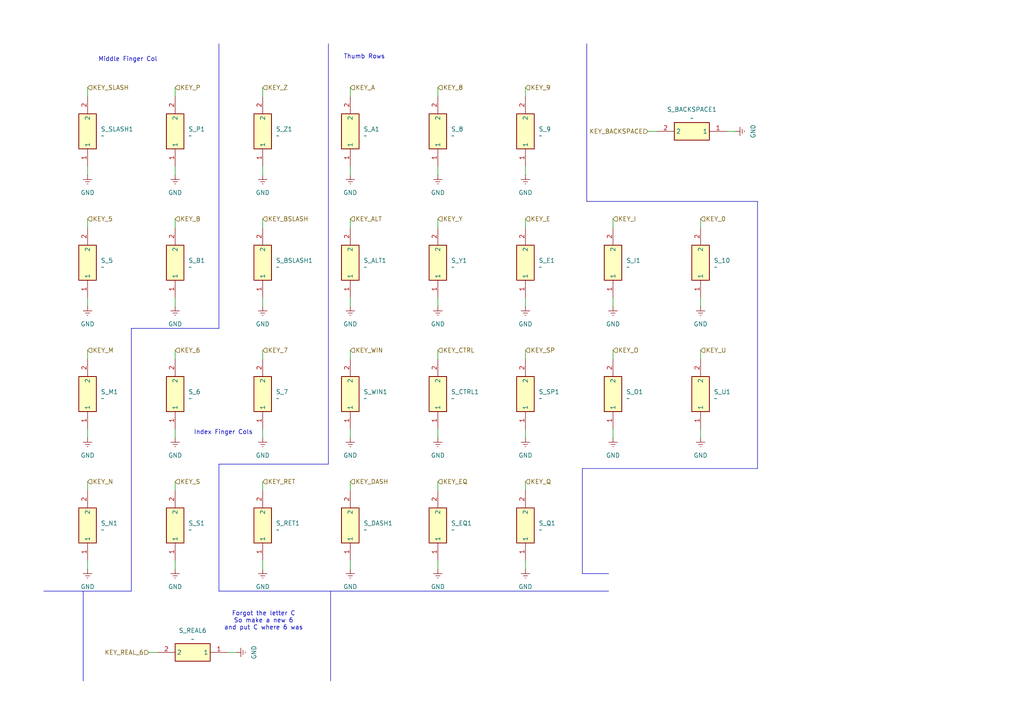
<source format=kicad_sch>
(kicad_sch
	(version 20231120)
	(generator "eeschema")
	(generator_version "8.0")
	(uuid "97783737-42e0-4377-abd3-aa56bcb0d996")
	(paper "A4")
	(title_block
		(title "PS-OHK Keyboard Controls")
		(date "2024-05-21")
		(rev "1")
		(company "Polymath-Studio")
	)
	(lib_symbols
		(symbol "COM-13834:COM-13834"
			(exclude_from_sim no)
			(in_bom yes)
			(on_board yes)
			(property "Reference" "S"
				(at 16.51 7.62 0)
				(effects
					(font
						(size 1.27 1.27)
					)
					(justify left top)
				)
			)
			(property "Value" "COM-13834"
				(at 16.51 5.08 0)
				(effects
					(font
						(size 1.27 1.27)
					)
					(justify left top)
				)
			)
			(property "Footprint" "COM13834"
				(at 16.51 -94.92 0)
				(effects
					(font
						(size 1.27 1.27)
					)
					(justify left top)
					(hide yes)
				)
			)
			(property "Datasheet" "https://cdn.sparkfun.com/datasheets/Components/Switches/MX%20Series.pdf"
				(at 16.51 -194.92 0)
				(effects
					(font
						(size 1.27 1.27)
					)
					(justify left top)
					(hide yes)
				)
			)
			(property "Description" "Pushbutton Switch SPST-NO Keyswitch Through Hole, Standard force, click tactile, PCB mount- MX1A-E1NW"
				(at 0 0 0)
				(effects
					(font
						(size 1.27 1.27)
					)
					(hide yes)
				)
			)
			(property "Height" "15.2"
				(at 16.51 -394.92 0)
				(effects
					(font
						(size 1.27 1.27)
					)
					(justify left top)
					(hide yes)
				)
			)
			(property "Mouser Part Number" "474-COM-13834"
				(at 16.51 -494.92 0)
				(effects
					(font
						(size 1.27 1.27)
					)
					(justify left top)
					(hide yes)
				)
			)
			(property "Mouser Price/Stock" "https://www.mouser.co.uk/ProductDetail/SparkFun/COM-13834?qs=WyAARYrbSnYlamGcWwdgnQ%3D%3D"
				(at 16.51 -594.92 0)
				(effects
					(font
						(size 1.27 1.27)
					)
					(justify left top)
					(hide yes)
				)
			)
			(property "Manufacturer_Name" "SparkFun"
				(at 16.51 -694.92 0)
				(effects
					(font
						(size 1.27 1.27)
					)
					(justify left top)
					(hide yes)
				)
			)
			(property "Manufacturer_Part_Number" "COM-13834"
				(at 16.51 -794.92 0)
				(effects
					(font
						(size 1.27 1.27)
					)
					(justify left top)
					(hide yes)
				)
			)
			(symbol "COM-13834_1_1"
				(rectangle
					(start 5.08 2.54)
					(end 15.24 -2.54)
					(stroke
						(width 0.254)
						(type default)
					)
					(fill
						(type background)
					)
				)
				(pin passive line
					(at 20.32 0 180)
					(length 5.08)
					(name "1"
						(effects
							(font
								(size 1.27 1.27)
							)
						)
					)
					(number "1"
						(effects
							(font
								(size 1.27 1.27)
							)
						)
					)
				)
				(pin passive line
					(at 0 0 0)
					(length 5.08)
					(name "2"
						(effects
							(font
								(size 1.27 1.27)
							)
						)
					)
					(number "2"
						(effects
							(font
								(size 1.27 1.27)
							)
						)
					)
				)
			)
		)
		(symbol "power:Earth"
			(power)
			(pin_numbers hide)
			(pin_names
				(offset 0) hide)
			(exclude_from_sim no)
			(in_bom yes)
			(on_board yes)
			(property "Reference" "#PWR"
				(at 0 -6.35 0)
				(effects
					(font
						(size 1.27 1.27)
					)
					(hide yes)
				)
			)
			(property "Value" "Earth"
				(at 0 -3.81 0)
				(effects
					(font
						(size 1.27 1.27)
					)
				)
			)
			(property "Footprint" ""
				(at 0 0 0)
				(effects
					(font
						(size 1.27 1.27)
					)
					(hide yes)
				)
			)
			(property "Datasheet" "~"
				(at 0 0 0)
				(effects
					(font
						(size 1.27 1.27)
					)
					(hide yes)
				)
			)
			(property "Description" "Power symbol creates a global label with name \"Earth\""
				(at 0 0 0)
				(effects
					(font
						(size 1.27 1.27)
					)
					(hide yes)
				)
			)
			(property "ki_keywords" "global ground gnd"
				(at 0 0 0)
				(effects
					(font
						(size 1.27 1.27)
					)
					(hide yes)
				)
			)
			(symbol "Earth_0_1"
				(polyline
					(pts
						(xy -0.635 -1.905) (xy 0.635 -1.905)
					)
					(stroke
						(width 0)
						(type default)
					)
					(fill
						(type none)
					)
				)
				(polyline
					(pts
						(xy -0.127 -2.54) (xy 0.127 -2.54)
					)
					(stroke
						(width 0)
						(type default)
					)
					(fill
						(type none)
					)
				)
				(polyline
					(pts
						(xy 0 -1.27) (xy 0 0)
					)
					(stroke
						(width 0)
						(type default)
					)
					(fill
						(type none)
					)
				)
				(polyline
					(pts
						(xy 1.27 -1.27) (xy -1.27 -1.27)
					)
					(stroke
						(width 0)
						(type default)
					)
					(fill
						(type none)
					)
				)
			)
			(symbol "Earth_1_1"
				(pin power_in line
					(at 0 0 270)
					(length 0)
					(name "~"
						(effects
							(font
								(size 1.27 1.27)
							)
						)
					)
					(number "1"
						(effects
							(font
								(size 1.27 1.27)
							)
						)
					)
				)
			)
		)
	)
	(polyline
		(pts
			(xy 95.885 171.45) (xy 95.885 197.485)
		)
		(stroke
			(width 0)
			(type default)
		)
		(uuid "001e1c2d-39ba-4f6e-a43d-11bfb14dfdbe")
	)
	(wire
		(pts
			(xy 177.8 63.5) (xy 177.8 66.04)
		)
		(stroke
			(width 0)
			(type default)
		)
		(uuid "0f1e0b18-f7bb-4060-9659-cb1fb165aba0")
	)
	(wire
		(pts
			(xy 25.4 139.7) (xy 25.4 142.24)
		)
		(stroke
			(width 0)
			(type default)
		)
		(uuid "10235e5f-c746-40a6-b08f-997fcb67444f")
	)
	(wire
		(pts
			(xy 177.8 86.36) (xy 177.8 88.9)
		)
		(stroke
			(width 0)
			(type default)
		)
		(uuid "153be15a-e34e-4de4-9a59-8a222672167a")
	)
	(wire
		(pts
			(xy 177.8 101.6) (xy 177.8 104.14)
		)
		(stroke
			(width 0)
			(type default)
		)
		(uuid "1605a628-aa52-42f4-9f6d-f2b1d3a25016")
	)
	(polyline
		(pts
			(xy 95.25 12.7) (xy 95.25 134.62)
		)
		(stroke
			(width 0)
			(type default)
		)
		(uuid "197a7e68-5045-4ce8-a87a-4b0577688f26")
	)
	(wire
		(pts
			(xy 152.4 101.6) (xy 152.4 104.14)
		)
		(stroke
			(width 0)
			(type default)
		)
		(uuid "1c7f5f19-1335-4b74-9342-0ceee01b9cf8")
	)
	(polyline
		(pts
			(xy 63.5 171.45) (xy 176.53 171.45)
		)
		(stroke
			(width 0)
			(type default)
		)
		(uuid "1df2fa18-b4e6-4941-b4e8-4c6b1b66d0c2")
	)
	(wire
		(pts
			(xy 76.2 63.5) (xy 76.2 66.04)
		)
		(stroke
			(width 0)
			(type default)
		)
		(uuid "20aac5ee-11e6-43c6-9e46-e652bbe09112")
	)
	(polyline
		(pts
			(xy 63.5 12.7) (xy 63.5 95.25)
		)
		(stroke
			(width 0)
			(type default)
		)
		(uuid "24a0473c-08b7-40a3-bb7b-d5a3695c4610")
	)
	(wire
		(pts
			(xy 76.2 124.46) (xy 76.2 127)
		)
		(stroke
			(width 0)
			(type default)
		)
		(uuid "263b232b-c13c-4fc1-bbdb-b2218a0ab66b")
	)
	(wire
		(pts
			(xy 152.4 63.5) (xy 152.4 66.04)
		)
		(stroke
			(width 0)
			(type default)
		)
		(uuid "26511802-9b64-417a-a1f6-fa4946f7d624")
	)
	(wire
		(pts
			(xy 76.2 86.36) (xy 76.2 88.9)
		)
		(stroke
			(width 0)
			(type default)
		)
		(uuid "26d1076b-7ad7-4e6a-9dc0-f2e37113b2a8")
	)
	(wire
		(pts
			(xy 203.2 124.46) (xy 203.2 127)
		)
		(stroke
			(width 0)
			(type default)
		)
		(uuid "27c5033b-9797-4b7d-8d0b-c6c1ec1ebb97")
	)
	(polyline
		(pts
			(xy 12.7 171.45) (xy 38.1 171.45)
		)
		(stroke
			(width 0)
			(type default)
		)
		(uuid "288d433b-59fa-49ec-b77f-48a85f013e15")
	)
	(wire
		(pts
			(xy 203.2 101.6) (xy 203.2 104.14)
		)
		(stroke
			(width 0)
			(type default)
		)
		(uuid "28d4c5e0-9a22-40eb-a2e1-7d2aa88f9a04")
	)
	(wire
		(pts
			(xy 50.8 101.6) (xy 50.8 104.14)
		)
		(stroke
			(width 0)
			(type default)
		)
		(uuid "29bb696a-3183-429b-9c4e-56670a83aba5")
	)
	(wire
		(pts
			(xy 152.4 162.56) (xy 152.4 165.1)
		)
		(stroke
			(width 0)
			(type default)
		)
		(uuid "2b5a05b9-5a8f-49c4-bcc6-d2765f6b6319")
	)
	(wire
		(pts
			(xy 101.6 162.56) (xy 101.6 165.1)
		)
		(stroke
			(width 0)
			(type default)
		)
		(uuid "2c5cc771-1243-4d04-881c-d1271c8f6c11")
	)
	(wire
		(pts
			(xy 127 124.46) (xy 127 127)
		)
		(stroke
			(width 0)
			(type default)
		)
		(uuid "3062d273-3b07-4212-add2-b05183c0d1bc")
	)
	(wire
		(pts
			(xy 101.6 139.7) (xy 101.6 142.24)
		)
		(stroke
			(width 0)
			(type default)
		)
		(uuid "3213ae4a-9d4f-4bbe-9b95-ab2d62b22e50")
	)
	(wire
		(pts
			(xy 152.4 139.7) (xy 152.4 142.24)
		)
		(stroke
			(width 0)
			(type default)
		)
		(uuid "335f497a-2e41-439a-93bb-285904426c1f")
	)
	(wire
		(pts
			(xy 127 139.7) (xy 127 142.24)
		)
		(stroke
			(width 0)
			(type default)
		)
		(uuid "3d4d6b70-e43f-4d70-8e4a-ef244a2d6dde")
	)
	(wire
		(pts
			(xy 101.6 48.26) (xy 101.6 50.8)
		)
		(stroke
			(width 0)
			(type default)
		)
		(uuid "462f114b-e485-489a-8f83-d9daa260ba4e")
	)
	(wire
		(pts
			(xy 101.6 25.4) (xy 101.6 27.94)
		)
		(stroke
			(width 0)
			(type default)
		)
		(uuid "4b16749f-794d-45b4-b1a6-494008977fe7")
	)
	(wire
		(pts
			(xy 25.4 48.26) (xy 25.4 50.8)
		)
		(stroke
			(width 0)
			(type default)
		)
		(uuid "4f8d1de7-01fb-4ffc-b498-9e59a2319da7")
	)
	(wire
		(pts
			(xy 25.4 86.36) (xy 25.4 88.9)
		)
		(stroke
			(width 0)
			(type default)
		)
		(uuid "526c693e-2e78-4951-b701-a752dd52b9a9")
	)
	(polyline
		(pts
			(xy 63.5 134.62) (xy 95.25 134.62)
		)
		(stroke
			(width 0)
			(type default)
		)
		(uuid "566d6f9d-b4ff-41d2-b6e2-7546e8e9f98c")
	)
	(wire
		(pts
			(xy 50.8 48.26) (xy 50.8 50.8)
		)
		(stroke
			(width 0)
			(type default)
		)
		(uuid "56e6b7c7-1450-471e-b0d4-7520bea923b3")
	)
	(wire
		(pts
			(xy 210.82 38.1) (xy 213.36 38.1)
		)
		(stroke
			(width 0)
			(type default)
		)
		(uuid "5a1d149b-7fc7-4c99-b596-606b2088b77f")
	)
	(wire
		(pts
			(xy 177.8 124.46) (xy 177.8 127)
		)
		(stroke
			(width 0)
			(type default)
		)
		(uuid "5bde2c8f-b1b9-4cce-a33b-e51ca293c0c2")
	)
	(wire
		(pts
			(xy 25.4 101.6) (xy 25.4 104.14)
		)
		(stroke
			(width 0)
			(type default)
		)
		(uuid "60074b18-040e-4ca1-a6d7-79158b27274a")
	)
	(wire
		(pts
			(xy 50.8 124.46) (xy 50.8 127)
		)
		(stroke
			(width 0)
			(type default)
		)
		(uuid "608156c3-598d-4356-bc11-3ff55534fb07")
	)
	(wire
		(pts
			(xy 152.4 124.46) (xy 152.4 127)
		)
		(stroke
			(width 0)
			(type default)
		)
		(uuid "610a947b-cb91-4848-ac14-aa239e032fcb")
	)
	(wire
		(pts
			(xy 101.6 124.46) (xy 101.6 127)
		)
		(stroke
			(width 0)
			(type default)
		)
		(uuid "625c48e7-bee8-4a73-81bb-1c5eb82abaab")
	)
	(wire
		(pts
			(xy 127 86.36) (xy 127 88.9)
		)
		(stroke
			(width 0)
			(type default)
		)
		(uuid "672f4bc6-12d5-411a-bf7b-d4a45fac59df")
	)
	(polyline
		(pts
			(xy 219.71 135.89) (xy 219.71 58.42)
		)
		(stroke
			(width 0)
			(type default)
		)
		(uuid "684ad700-bf60-4671-bc98-13fbfc435261")
	)
	(wire
		(pts
			(xy 127 25.4) (xy 127 27.94)
		)
		(stroke
			(width 0)
			(type default)
		)
		(uuid "707b27c0-7997-42e0-80a8-8b69237ce2fe")
	)
	(wire
		(pts
			(xy 25.4 25.4) (xy 25.4 27.94)
		)
		(stroke
			(width 0)
			(type default)
		)
		(uuid "735b8883-ce14-47c6-a23c-eccd0af55436")
	)
	(wire
		(pts
			(xy 25.4 63.5) (xy 25.4 66.04)
		)
		(stroke
			(width 0)
			(type default)
		)
		(uuid "76e7ce29-b24a-468d-b6bf-ef034b883377")
	)
	(wire
		(pts
			(xy 101.6 101.6) (xy 101.6 104.14)
		)
		(stroke
			(width 0)
			(type default)
		)
		(uuid "78e1d0d4-bf9f-41f7-b263-571c8ff8ac9a")
	)
	(wire
		(pts
			(xy 152.4 86.36) (xy 152.4 88.9)
		)
		(stroke
			(width 0)
			(type default)
		)
		(uuid "7b0fd668-fb43-41e6-a8c5-9296ffcfac01")
	)
	(wire
		(pts
			(xy 152.4 25.4) (xy 152.4 27.94)
		)
		(stroke
			(width 0)
			(type default)
		)
		(uuid "81cf4ad5-ec5f-4913-8ec0-4bbd5a597a4b")
	)
	(polyline
		(pts
			(xy 170.18 12.7) (xy 170.18 58.42)
		)
		(stroke
			(width 0)
			(type default)
		)
		(uuid "83666d2e-e822-4686-8019-f016a80a82c6")
	)
	(wire
		(pts
			(xy 50.8 63.5) (xy 50.8 66.04)
		)
		(stroke
			(width 0)
			(type default)
		)
		(uuid "83a13ad4-0ed9-44c3-8b7f-b0350ccbbc1d")
	)
	(wire
		(pts
			(xy 50.8 162.56) (xy 50.8 165.1)
		)
		(stroke
			(width 0)
			(type default)
		)
		(uuid "881f2ad7-bd60-4af5-b156-e337ece62e06")
	)
	(wire
		(pts
			(xy 76.2 162.56) (xy 76.2 165.1)
		)
		(stroke
			(width 0)
			(type default)
		)
		(uuid "8934255b-4214-4ad6-8d9d-c9a41cc3449f")
	)
	(wire
		(pts
			(xy 25.4 162.56) (xy 25.4 165.1)
		)
		(stroke
			(width 0)
			(type default)
		)
		(uuid "8a81fb58-9137-47b2-8724-1a9116cd00b9")
	)
	(polyline
		(pts
			(xy 38.1 171.45) (xy 38.1 95.25)
		)
		(stroke
			(width 0)
			(type default)
		)
		(uuid "8bcc47f2-fcbb-4bc9-a60e-898c318f5ec2")
	)
	(polyline
		(pts
			(xy 38.1 95.25) (xy 63.5 95.25)
		)
		(stroke
			(width 0)
			(type default)
		)
		(uuid "8ca49656-636d-47a5-823f-24ce2c1358ba")
	)
	(wire
		(pts
			(xy 101.6 63.5) (xy 101.6 66.04)
		)
		(stroke
			(width 0)
			(type default)
		)
		(uuid "8dd46076-0641-4f4f-914d-c1a19e718c2f")
	)
	(wire
		(pts
			(xy 76.2 25.4) (xy 76.2 27.94)
		)
		(stroke
			(width 0)
			(type default)
		)
		(uuid "901e3ac0-5fc0-4443-b513-ef2183ffab7f")
	)
	(wire
		(pts
			(xy 50.8 139.7) (xy 50.8 142.24)
		)
		(stroke
			(width 0)
			(type default)
		)
		(uuid "9b61f3e5-11f7-4293-9e5b-0e20fd2122d2")
	)
	(wire
		(pts
			(xy 50.8 25.4) (xy 50.8 27.94)
		)
		(stroke
			(width 0)
			(type default)
		)
		(uuid "9efabced-e8cd-40f4-9662-02a6aa178fbe")
	)
	(wire
		(pts
			(xy 76.2 139.7) (xy 76.2 142.24)
		)
		(stroke
			(width 0)
			(type default)
		)
		(uuid "a1706631-fb5d-4fe0-8088-8b840d0dcfa1")
	)
	(wire
		(pts
			(xy 187.96 38.1) (xy 190.5 38.1)
		)
		(stroke
			(width 0)
			(type default)
		)
		(uuid "a656476d-62c6-4576-a960-eb9ee27ea389")
	)
	(wire
		(pts
			(xy 76.2 48.26) (xy 76.2 50.8)
		)
		(stroke
			(width 0)
			(type default)
		)
		(uuid "b1a481ab-641b-4abc-a2bb-29bac5abe6ea")
	)
	(wire
		(pts
			(xy 127 48.26) (xy 127 50.8)
		)
		(stroke
			(width 0)
			(type default)
		)
		(uuid "b81984a6-02bc-4a72-a0b4-2b2418f29693")
	)
	(polyline
		(pts
			(xy 168.91 135.89) (xy 168.91 166.37)
		)
		(stroke
			(width 0)
			(type default)
		)
		(uuid "b99ba9f1-c831-472e-88f6-427a30af11e0")
	)
	(polyline
		(pts
			(xy 168.91 135.89) (xy 219.71 135.89)
		)
		(stroke
			(width 0)
			(type default)
		)
		(uuid "bbcb1619-88c7-42cd-b0a2-6354452341fe")
	)
	(wire
		(pts
			(xy 127 101.6) (xy 127 104.14)
		)
		(stroke
			(width 0)
			(type default)
		)
		(uuid "c27407af-d947-4685-8a2d-11ba0ecf8525")
	)
	(wire
		(pts
			(xy 203.2 86.36) (xy 203.2 88.9)
		)
		(stroke
			(width 0)
			(type default)
		)
		(uuid "c60f6e1a-72d2-4536-8f5f-08ba455e9635")
	)
	(wire
		(pts
			(xy 203.2 63.5) (xy 203.2 66.04)
		)
		(stroke
			(width 0)
			(type default)
		)
		(uuid "c8b6e3d9-03da-4a3e-b2b0-1156d9c5bf0e")
	)
	(wire
		(pts
			(xy 152.4 48.26) (xy 152.4 50.8)
		)
		(stroke
			(width 0)
			(type default)
		)
		(uuid "ca5c31ad-f9ae-4692-8d99-470d1ebe4126")
	)
	(wire
		(pts
			(xy 76.2 101.6) (xy 76.2 104.14)
		)
		(stroke
			(width 0)
			(type default)
		)
		(uuid "cd0c8609-82b7-4361-8e89-ada1fe976a74")
	)
	(wire
		(pts
			(xy 43.18 189.23) (xy 45.72 189.23)
		)
		(stroke
			(width 0)
			(type default)
		)
		(uuid "cddc6c22-a92f-43ca-b573-711501b6a3e0")
	)
	(polyline
		(pts
			(xy 24.13 171.45) (xy 24.13 197.485)
		)
		(stroke
			(width 0)
			(type default)
		)
		(uuid "cf7015bd-1af8-40ee-a89e-66807888c1d2")
	)
	(polyline
		(pts
			(xy 168.91 166.37) (xy 176.53 166.37)
		)
		(stroke
			(width 0)
			(type default)
		)
		(uuid "d1b1aeaa-e429-479d-a538-c05e0986cfae")
	)
	(wire
		(pts
			(xy 25.4 124.46) (xy 25.4 127)
		)
		(stroke
			(width 0)
			(type default)
		)
		(uuid "da1ab71d-f4c4-4538-a1f3-63cd2d0b62ff")
	)
	(wire
		(pts
			(xy 127 162.56) (xy 127 165.1)
		)
		(stroke
			(width 0)
			(type default)
		)
		(uuid "dc905dd6-2cc7-4794-a9df-57b5527247d9")
	)
	(wire
		(pts
			(xy 50.8 86.36) (xy 50.8 88.9)
		)
		(stroke
			(width 0)
			(type default)
		)
		(uuid "dd2191aa-e66c-41be-a8ea-e350e91b5159")
	)
	(polyline
		(pts
			(xy 219.71 58.42) (xy 170.18 58.42)
		)
		(stroke
			(width 0)
			(type default)
		)
		(uuid "e16166d4-3358-4a55-965a-a21115297d74")
	)
	(wire
		(pts
			(xy 66.04 189.23) (xy 68.58 189.23)
		)
		(stroke
			(width 0)
			(type default)
		)
		(uuid "e4ad15e2-d497-4f80-80ee-5b86db36e7c9")
	)
	(polyline
		(pts
			(xy 63.5 171.45) (xy 63.5 134.62)
		)
		(stroke
			(width 0)
			(type default)
		)
		(uuid "e6524947-a473-434f-93f3-e2bbbd31d21b")
	)
	(wire
		(pts
			(xy 101.6 86.36) (xy 101.6 88.9)
		)
		(stroke
			(width 0)
			(type default)
		)
		(uuid "e79c4096-166a-4afb-8c8f-183f5d02dd1c")
	)
	(wire
		(pts
			(xy 127 63.5) (xy 127 66.04)
		)
		(stroke
			(width 0)
			(type default)
		)
		(uuid "fd9bdce0-bbda-428e-b97c-bbc973eda41a")
	)
	(text "Index Finger Cols"
		(exclude_from_sim no)
		(at 64.77 125.476 0)
		(effects
			(font
				(size 1.27 1.27)
			)
		)
		(uuid "5d79265b-fe29-4ed4-a464-db6adcce1304")
	)
	(text "Forgot the letter C\nSo make a new 6\nand put C where 6 was"
		(exclude_from_sim no)
		(at 76.454 180.086 0)
		(effects
			(font
				(size 1.27 1.27)
			)
		)
		(uuid "680e08f3-5f29-440f-aac9-1282870ed69a")
	)
	(text "Thumb Rows"
		(exclude_from_sim no)
		(at 105.664 16.51 0)
		(effects
			(font
				(size 1.27 1.27)
			)
		)
		(uuid "75827ee3-bb56-47b5-80d9-62e05b6e7d8e")
	)
	(text "Middle Finger Col"
		(exclude_from_sim no)
		(at 37.084 17.272 0)
		(effects
			(font
				(size 1.27 1.27)
			)
		)
		(uuid "f69014d7-6247-4fd3-89e6-2833b44bbe9e")
	)
	(hierarchical_label "KEY_REAL_6"
		(shape input)
		(at 43.18 189.23 180)
		(fields_autoplaced yes)
		(effects
			(font
				(size 1.27 1.27)
			)
			(justify right)
		)
		(uuid "01009bce-3c2f-437f-a49c-b78f2b4c6a08")
	)
	(hierarchical_label "KEY_8"
		(shape input)
		(at 127 25.4 0)
		(fields_autoplaced yes)
		(effects
			(font
				(size 1.27 1.27)
			)
			(justify left)
		)
		(uuid "0108dc09-bdeb-49aa-ae96-3c4724df9b11")
	)
	(hierarchical_label "KEY_ALT"
		(shape input)
		(at 101.6 63.5 0)
		(fields_autoplaced yes)
		(effects
			(font
				(size 1.27 1.27)
			)
			(justify left)
		)
		(uuid "1038b993-6aef-4ae7-b66e-a72c981f799f")
	)
	(hierarchical_label "KEY_EQ"
		(shape input)
		(at 127 139.7 0)
		(fields_autoplaced yes)
		(effects
			(font
				(size 1.27 1.27)
			)
			(justify left)
		)
		(uuid "169b78e0-5bb0-43a4-be8d-c51521de6fe3")
	)
	(hierarchical_label "KEY_WIN"
		(shape input)
		(at 101.6 101.6 0)
		(fields_autoplaced yes)
		(effects
			(font
				(size 1.27 1.27)
			)
			(justify left)
		)
		(uuid "3be89481-8fbe-4137-95b1-0262aa27de45")
	)
	(hierarchical_label "KEY_CTRL"
		(shape input)
		(at 127 101.6 0)
		(fields_autoplaced yes)
		(effects
			(font
				(size 1.27 1.27)
			)
			(justify left)
		)
		(uuid "3da345fe-460d-4451-bfb2-a78184d53a96")
	)
	(hierarchical_label "KEY_7"
		(shape input)
		(at 76.2 101.6 0)
		(fields_autoplaced yes)
		(effects
			(font
				(size 1.27 1.27)
			)
			(justify left)
		)
		(uuid "411ce794-a662-4504-b30a-2ae98b4ef321")
	)
	(hierarchical_label "KEY_SLASH"
		(shape input)
		(at 25.4 25.4 0)
		(fields_autoplaced yes)
		(effects
			(font
				(size 1.27 1.27)
			)
			(justify left)
		)
		(uuid "454324a0-e501-497a-af1d-dcb9d6f8c83a")
	)
	(hierarchical_label "KEY_DASH"
		(shape input)
		(at 101.6 139.7 0)
		(fields_autoplaced yes)
		(effects
			(font
				(size 1.27 1.27)
			)
			(justify left)
		)
		(uuid "455282e2-6c88-4e94-ad43-6a0e49532588")
	)
	(hierarchical_label "KEY_M"
		(shape input)
		(at 25.4 101.6 0)
		(fields_autoplaced yes)
		(effects
			(font
				(size 1.27 1.27)
			)
			(justify left)
		)
		(uuid "48370dd9-838a-4e99-a171-f0dcdf8d56b7")
	)
	(hierarchical_label "KEY_N"
		(shape input)
		(at 25.4 139.7 0)
		(fields_autoplaced yes)
		(effects
			(font
				(size 1.27 1.27)
			)
			(justify left)
		)
		(uuid "4ab803dc-65e4-4d68-a4c2-2cfb442b7744")
	)
	(hierarchical_label "KEY_Q"
		(shape input)
		(at 152.4 139.7 0)
		(fields_autoplaced yes)
		(effects
			(font
				(size 1.27 1.27)
			)
			(justify left)
		)
		(uuid "54509464-722c-4578-8c2a-f2f247716ac6")
	)
	(hierarchical_label "KEY_BSLASH"
		(shape input)
		(at 76.2 63.5 0)
		(fields_autoplaced yes)
		(effects
			(font
				(size 1.27 1.27)
			)
			(justify left)
		)
		(uuid "5c6fe71e-538e-4121-b835-ed8e8f0e9490")
	)
	(hierarchical_label "KEY_E"
		(shape input)
		(at 152.4 63.5 0)
		(fields_autoplaced yes)
		(effects
			(font
				(size 1.27 1.27)
			)
			(justify left)
		)
		(uuid "72811782-8ba9-48af-964d-45dfec3aa1c8")
	)
	(hierarchical_label "KEY_P"
		(shape input)
		(at 50.8 25.4 0)
		(fields_autoplaced yes)
		(effects
			(font
				(size 1.27 1.27)
			)
			(justify left)
		)
		(uuid "a235e9ad-3ea0-45aa-87ae-989a4a54c4a8")
	)
	(hierarchical_label "KEY_SP"
		(shape input)
		(at 152.4 101.6 0)
		(fields_autoplaced yes)
		(effects
			(font
				(size 1.27 1.27)
			)
			(justify left)
		)
		(uuid "a5872f5f-8893-4f3a-abc5-b327b8b7c40c")
	)
	(hierarchical_label "KEY_Y"
		(shape input)
		(at 127 63.5 0)
		(fields_autoplaced yes)
		(effects
			(font
				(size 1.27 1.27)
			)
			(justify left)
		)
		(uuid "c2f183c9-3d6e-455e-8fed-7140ad2d3764")
	)
	(hierarchical_label "KEY_A"
		(shape input)
		(at 101.6 25.4 0)
		(fields_autoplaced yes)
		(effects
			(font
				(size 1.27 1.27)
			)
			(justify left)
		)
		(uuid "c3cf394a-69cf-46a5-b352-d64367afa727")
	)
	(hierarchical_label "KEY_I"
		(shape input)
		(at 177.8 63.5 0)
		(fields_autoplaced yes)
		(effects
			(font
				(size 1.27 1.27)
			)
			(justify left)
		)
		(uuid "c5aa7687-ea2d-495a-9356-d1b4c8cc2d28")
	)
	(hierarchical_label "KEY_O"
		(shape input)
		(at 177.8 101.6 0)
		(fields_autoplaced yes)
		(effects
			(font
				(size 1.27 1.27)
			)
			(justify left)
		)
		(uuid "cb153004-f3bb-4c67-ac79-63b81325f357")
	)
	(hierarchical_label "KEY_Z"
		(shape input)
		(at 76.2 25.4 0)
		(fields_autoplaced yes)
		(effects
			(font
				(size 1.27 1.27)
			)
			(justify left)
		)
		(uuid "cd54d587-18f0-4b6b-9b99-a54f01cd9b2d")
	)
	(hierarchical_label "KEY_9"
		(shape input)
		(at 152.4 25.4 0)
		(fields_autoplaced yes)
		(effects
			(font
				(size 1.27 1.27)
			)
			(justify left)
		)
		(uuid "cf115967-636a-4920-a650-05724dc33386")
	)
	(hierarchical_label "KEY_S"
		(shape input)
		(at 50.8 139.7 0)
		(fields_autoplaced yes)
		(effects
			(font
				(size 1.27 1.27)
			)
			(justify left)
		)
		(uuid "d12f7591-20af-4ee3-bebf-3596fffbc2d9")
	)
	(hierarchical_label "KEY_BACKSPACE"
		(shape input)
		(at 187.96 38.1 180)
		(fields_autoplaced yes)
		(effects
			(font
				(size 1.27 1.27)
			)
			(justify right)
		)
		(uuid "d182608b-2b08-41a2-86b9-1f63f782c562")
	)
	(hierarchical_label "KEY_5"
		(shape input)
		(at 25.4 63.5 0)
		(fields_autoplaced yes)
		(effects
			(font
				(size 1.27 1.27)
			)
			(justify left)
		)
		(uuid "d6a8a8a0-4331-481a-b1cf-c57d694f5665")
	)
	(hierarchical_label "KEY_B"
		(shape input)
		(at 50.8 63.5 0)
		(fields_autoplaced yes)
		(effects
			(font
				(size 1.27 1.27)
			)
			(justify left)
		)
		(uuid "e372465a-51b0-46c9-97d1-8d5c7111864f")
	)
	(hierarchical_label "KEY_U"
		(shape input)
		(at 203.2 101.6 0)
		(fields_autoplaced yes)
		(effects
			(font
				(size 1.27 1.27)
			)
			(justify left)
		)
		(uuid "eef49204-3534-46e6-9d5c-b7c6e2c3ae77")
	)
	(hierarchical_label "KEY_6"
		(shape input)
		(at 50.8 101.6 0)
		(fields_autoplaced yes)
		(effects
			(font
				(size 1.27 1.27)
			)
			(justify left)
		)
		(uuid "f14d4143-73de-4638-990b-8ea82b6a61ac")
	)
	(hierarchical_label "KEY_RET"
		(shape input)
		(at 76.2 139.7 0)
		(fields_autoplaced yes)
		(effects
			(font
				(size 1.27 1.27)
			)
			(justify left)
		)
		(uuid "f8ccc8ef-8267-4c62-8fba-b93852be1bfb")
	)
	(hierarchical_label "KEY_0"
		(shape input)
		(at 203.2 63.5 0)
		(fields_autoplaced yes)
		(effects
			(font
				(size 1.27 1.27)
			)
			(justify left)
		)
		(uuid "f93fdfd2-f498-4150-aa92-96f8e605ce10")
	)
	(symbol
		(lib_id "power:Earth")
		(at 50.8 50.8 0)
		(unit 1)
		(exclude_from_sim no)
		(in_bom yes)
		(on_board yes)
		(dnp no)
		(fields_autoplaced yes)
		(uuid "00b985fa-540e-433c-b9e8-7f90512d177c")
		(property "Reference" "#PWR088"
			(at 50.8 57.15 0)
			(effects
				(font
					(size 1.27 1.27)
				)
				(hide yes)
			)
		)
		(property "Value" "GND"
			(at 50.8 55.88 0)
			(effects
				(font
					(size 1.27 1.27)
				)
			)
		)
		(property "Footprint" ""
			(at 50.8 50.8 0)
			(effects
				(font
					(size 1.27 1.27)
				)
				(hide yes)
			)
		)
		(property "Datasheet" "~"
			(at 50.8 50.8 0)
			(effects
				(font
					(size 1.27 1.27)
				)
				(hide yes)
			)
		)
		(property "Description" "Power symbol creates a global label with name \"Earth\""
			(at 50.8 50.8 0)
			(effects
				(font
					(size 1.27 1.27)
				)
				(hide yes)
			)
		)
		(pin "1"
			(uuid "3bb54974-8adb-47ea-9fec-3c2dc84eb36f")
		)
		(instances
			(project "keys-lefthand"
				(path "/9764b4ba-7c88-49a9-89e6-e6f35382ac72/e06a5160-bd5e-4880-9a19-fab52aabf7b2"
					(reference "#PWR088")
					(unit 1)
				)
			)
		)
	)
	(symbol
		(lib_id "COM-13834:COM-13834")
		(at 50.8 104.14 270)
		(unit 1)
		(exclude_from_sim no)
		(in_bom yes)
		(on_board yes)
		(dnp no)
		(fields_autoplaced yes)
		(uuid "07b64ea5-b580-408f-98f7-98eb3496eb36")
		(property "Reference" "S_6"
			(at 54.61 113.6649 90)
			(effects
				(font
					(size 1.27 1.27)
				)
				(justify left)
			)
		)
		(property "Value" "~"
			(at 54.61 115.57 90)
			(effects
				(font
					(size 1.27 1.27)
				)
				(justify left)
			)
		)
		(property "Footprint" "COM-13834:COM13834"
			(at -44.12 120.65 0)
			(effects
				(font
					(size 1.27 1.27)
				)
				(justify left top)
				(hide yes)
			)
		)
		(property "Datasheet" "https://cdn.sparkfun.com/datasheets/Components/Switches/MX%20Series.pdf"
			(at -144.12 120.65 0)
			(effects
				(font
					(size 1.27 1.27)
				)
				(justify left top)
				(hide yes)
			)
		)
		(property "Description" "Pushbutton Switch SPST-NO Keyswitch Through Hole, Standard force, click tactile, PCB mount- MX1A-E1NW"
			(at 50.8 104.14 0)
			(effects
				(font
					(size 1.27 1.27)
				)
				(hide yes)
			)
		)
		(property "Height" "15.2"
			(at -344.12 120.65 0)
			(effects
				(font
					(size 1.27 1.27)
				)
				(justify left top)
				(hide yes)
			)
		)
		(property "Mouser Part Number" "474-COM-13834"
			(at -444.12 120.65 0)
			(effects
				(font
					(size 1.27 1.27)
				)
				(justify left top)
				(hide yes)
			)
		)
		(property "Mouser Price/Stock" "https://www.mouser.co.uk/ProductDetail/SparkFun/COM-13834?qs=WyAARYrbSnYlamGcWwdgnQ%3D%3D"
			(at -544.12 120.65 0)
			(effects
				(font
					(size 1.27 1.27)
				)
				(justify left top)
				(hide yes)
			)
		)
		(property "Manufacturer_Name" "SparkFun"
			(at -644.12 120.65 0)
			(effects
				(font
					(size 1.27 1.27)
				)
				(justify left top)
				(hide yes)
			)
		)
		(property "Manufacturer_Part_Number" "COM-13834"
			(at -744.12 120.65 0)
			(effects
				(font
					(size 1.27 1.27)
				)
				(justify left top)
				(hide yes)
			)
		)
		(pin "2"
			(uuid "3f7fe095-b059-43eb-a91e-39b9e3419677")
		)
		(pin "1"
			(uuid "7fb0cae2-4fa2-4cb5-8fc3-93fa2b6a0488")
		)
		(instances
			(project "keys-lefthand"
				(path "/9764b4ba-7c88-49a9-89e6-e6f35382ac72/e06a5160-bd5e-4880-9a19-fab52aabf7b2"
					(reference "S_6")
					(unit 1)
				)
			)
		)
	)
	(symbol
		(lib_id "COM-13834:COM-13834")
		(at 50.8 142.24 270)
		(unit 1)
		(exclude_from_sim no)
		(in_bom yes)
		(on_board yes)
		(dnp no)
		(fields_autoplaced yes)
		(uuid "0eeabdca-b4cd-4acf-b446-37a3c785b68a")
		(property "Reference" "S_S1"
			(at 54.61 151.7649 90)
			(effects
				(font
					(size 1.27 1.27)
				)
				(justify left)
			)
		)
		(property "Value" "~"
			(at 54.61 153.67 90)
			(effects
				(font
					(size 1.27 1.27)
				)
				(justify left)
			)
		)
		(property "Footprint" "COM-13834:COM13834"
			(at -44.12 158.75 0)
			(effects
				(font
					(size 1.27 1.27)
				)
				(justify left top)
				(hide yes)
			)
		)
		(property "Datasheet" "https://cdn.sparkfun.com/datasheets/Components/Switches/MX%20Series.pdf"
			(at -144.12 158.75 0)
			(effects
				(font
					(size 1.27 1.27)
				)
				(justify left top)
				(hide yes)
			)
		)
		(property "Description" "Pushbutton Switch SPST-NO Keyswitch Through Hole, Standard force, click tactile, PCB mount- MX1A-E1NW"
			(at 50.8 142.24 0)
			(effects
				(font
					(size 1.27 1.27)
				)
				(hide yes)
			)
		)
		(property "Height" "15.2"
			(at -344.12 158.75 0)
			(effects
				(font
					(size 1.27 1.27)
				)
				(justify left top)
				(hide yes)
			)
		)
		(property "Mouser Part Number" "474-COM-13834"
			(at -444.12 158.75 0)
			(effects
				(font
					(size 1.27 1.27)
				)
				(justify left top)
				(hide yes)
			)
		)
		(property "Mouser Price/Stock" "https://www.mouser.co.uk/ProductDetail/SparkFun/COM-13834?qs=WyAARYrbSnYlamGcWwdgnQ%3D%3D"
			(at -544.12 158.75 0)
			(effects
				(font
					(size 1.27 1.27)
				)
				(justify left top)
				(hide yes)
			)
		)
		(property "Manufacturer_Name" "SparkFun"
			(at -644.12 158.75 0)
			(effects
				(font
					(size 1.27 1.27)
				)
				(justify left top)
				(hide yes)
			)
		)
		(property "Manufacturer_Part_Number" "COM-13834"
			(at -744.12 158.75 0)
			(effects
				(font
					(size 1.27 1.27)
				)
				(justify left top)
				(hide yes)
			)
		)
		(pin "2"
			(uuid "4fd540ac-eb27-467b-ac13-d4e12e77df5f")
		)
		(pin "1"
			(uuid "d84cf45d-4928-442e-93c7-ebde5feb79c7")
		)
		(instances
			(project "keys-lefthand"
				(path "/9764b4ba-7c88-49a9-89e6-e6f35382ac72/e06a5160-bd5e-4880-9a19-fab52aabf7b2"
					(reference "S_S1")
					(unit 1)
				)
			)
		)
	)
	(symbol
		(lib_id "power:Earth")
		(at 101.6 165.1 0)
		(unit 1)
		(exclude_from_sim no)
		(in_bom yes)
		(on_board yes)
		(dnp no)
		(fields_autoplaced yes)
		(uuid "0f8683b7-e9dc-4c4a-9874-69e5c54f800e")
		(property "Reference" "#PWR099"
			(at 101.6 171.45 0)
			(effects
				(font
					(size 1.27 1.27)
				)
				(hide yes)
			)
		)
		(property "Value" "GND"
			(at 101.6 170.18 0)
			(effects
				(font
					(size 1.27 1.27)
				)
			)
		)
		(property "Footprint" ""
			(at 101.6 165.1 0)
			(effects
				(font
					(size 1.27 1.27)
				)
				(hide yes)
			)
		)
		(property "Datasheet" "~"
			(at 101.6 165.1 0)
			(effects
				(font
					(size 1.27 1.27)
				)
				(hide yes)
			)
		)
		(property "Description" "Power symbol creates a global label with name \"Earth\""
			(at 101.6 165.1 0)
			(effects
				(font
					(size 1.27 1.27)
				)
				(hide yes)
			)
		)
		(pin "1"
			(uuid "d43058f0-3efe-41e3-a78f-9cad3684f571")
		)
		(instances
			(project "keys-lefthand"
				(path "/9764b4ba-7c88-49a9-89e6-e6f35382ac72/e06a5160-bd5e-4880-9a19-fab52aabf7b2"
					(reference "#PWR099")
					(unit 1)
				)
			)
		)
	)
	(symbol
		(lib_id "COM-13834:COM-13834")
		(at 177.8 104.14 270)
		(unit 1)
		(exclude_from_sim no)
		(in_bom yes)
		(on_board yes)
		(dnp no)
		(fields_autoplaced yes)
		(uuid "10c9def9-9a4f-417b-a541-9009da2005bb")
		(property "Reference" "S_O1"
			(at 181.61 113.6649 90)
			(effects
				(font
					(size 1.27 1.27)
				)
				(justify left)
			)
		)
		(property "Value" "~"
			(at 181.61 115.57 90)
			(effects
				(font
					(size 1.27 1.27)
				)
				(justify left)
			)
		)
		(property "Footprint" "COM-13834:COM13834"
			(at 82.88 120.65 0)
			(effects
				(font
					(size 1.27 1.27)
				)
				(justify left top)
				(hide yes)
			)
		)
		(property "Datasheet" "https://cdn.sparkfun.com/datasheets/Components/Switches/MX%20Series.pdf"
			(at -17.12 120.65 0)
			(effects
				(font
					(size 1.27 1.27)
				)
				(justify left top)
				(hide yes)
			)
		)
		(property "Description" "Pushbutton Switch SPST-NO Keyswitch Through Hole, Standard force, click tactile, PCB mount- MX1A-E1NW"
			(at 177.8 104.14 0)
			(effects
				(font
					(size 1.27 1.27)
				)
				(hide yes)
			)
		)
		(property "Height" "15.2"
			(at -217.12 120.65 0)
			(effects
				(font
					(size 1.27 1.27)
				)
				(justify left top)
				(hide yes)
			)
		)
		(property "Mouser Part Number" "474-COM-13834"
			(at -317.12 120.65 0)
			(effects
				(font
					(size 1.27 1.27)
				)
				(justify left top)
				(hide yes)
			)
		)
		(property "Mouser Price/Stock" "https://www.mouser.co.uk/ProductDetail/SparkFun/COM-13834?qs=WyAARYrbSnYlamGcWwdgnQ%3D%3D"
			(at -417.12 120.65 0)
			(effects
				(font
					(size 1.27 1.27)
				)
				(justify left top)
				(hide yes)
			)
		)
		(property "Manufacturer_Name" "SparkFun"
			(at -517.12 120.65 0)
			(effects
				(font
					(size 1.27 1.27)
				)
				(justify left top)
				(hide yes)
			)
		)
		(property "Manufacturer_Part_Number" "COM-13834"
			(at -617.12 120.65 0)
			(effects
				(font
					(size 1.27 1.27)
				)
				(justify left top)
				(hide yes)
			)
		)
		(pin "2"
			(uuid "2eda4f58-6fbd-45a6-9334-195edfdac785")
		)
		(pin "1"
			(uuid "c6ed6eff-d944-4752-91ca-9ac7b4879c33")
		)
		(instances
			(project "keys-lefthand"
				(path "/9764b4ba-7c88-49a9-89e6-e6f35382ac72/e06a5160-bd5e-4880-9a19-fab52aabf7b2"
					(reference "S_O1")
					(unit 1)
				)
			)
		)
	)
	(symbol
		(lib_id "COM-13834:COM-13834")
		(at 177.8 66.04 270)
		(unit 1)
		(exclude_from_sim no)
		(in_bom yes)
		(on_board yes)
		(dnp no)
		(fields_autoplaced yes)
		(uuid "125120c3-8f0a-4be8-ad47-697de74f65ee")
		(property "Reference" "S_I1"
			(at 181.61 75.5649 90)
			(effects
				(font
					(size 1.27 1.27)
				)
				(justify left)
			)
		)
		(property "Value" "~"
			(at 181.61 77.47 90)
			(effects
				(font
					(size 1.27 1.27)
				)
				(justify left)
			)
		)
		(property "Footprint" "COM-13834:COM13834"
			(at 82.88 82.55 0)
			(effects
				(font
					(size 1.27 1.27)
				)
				(justify left top)
				(hide yes)
			)
		)
		(property "Datasheet" "https://cdn.sparkfun.com/datasheets/Components/Switches/MX%20Series.pdf"
			(at -17.12 82.55 0)
			(effects
				(font
					(size 1.27 1.27)
				)
				(justify left top)
				(hide yes)
			)
		)
		(property "Description" "Pushbutton Switch SPST-NO Keyswitch Through Hole, Standard force, click tactile, PCB mount- MX1A-E1NW"
			(at 177.8 66.04 0)
			(effects
				(font
					(size 1.27 1.27)
				)
				(hide yes)
			)
		)
		(property "Height" "15.2"
			(at -217.12 82.55 0)
			(effects
				(font
					(size 1.27 1.27)
				)
				(justify left top)
				(hide yes)
			)
		)
		(property "Mouser Part Number" "474-COM-13834"
			(at -317.12 82.55 0)
			(effects
				(font
					(size 1.27 1.27)
				)
				(justify left top)
				(hide yes)
			)
		)
		(property "Mouser Price/Stock" "https://www.mouser.co.uk/ProductDetail/SparkFun/COM-13834?qs=WyAARYrbSnYlamGcWwdgnQ%3D%3D"
			(at -417.12 82.55 0)
			(effects
				(font
					(size 1.27 1.27)
				)
				(justify left top)
				(hide yes)
			)
		)
		(property "Manufacturer_Name" "SparkFun"
			(at -517.12 82.55 0)
			(effects
				(font
					(size 1.27 1.27)
				)
				(justify left top)
				(hide yes)
			)
		)
		(property "Manufacturer_Part_Number" "COM-13834"
			(at -617.12 82.55 0)
			(effects
				(font
					(size 1.27 1.27)
				)
				(justify left top)
				(hide yes)
			)
		)
		(pin "2"
			(uuid "2320e21f-4b77-4a5f-a70f-37938469d7a6")
		)
		(pin "1"
			(uuid "5fa079bc-bdfd-4b48-b9cb-ad76011283ac")
		)
		(instances
			(project "keys-lefthand"
				(path "/9764b4ba-7c88-49a9-89e6-e6f35382ac72/e06a5160-bd5e-4880-9a19-fab52aabf7b2"
					(reference "S_I1")
					(unit 1)
				)
			)
		)
	)
	(symbol
		(lib_id "COM-13834:COM-13834")
		(at 50.8 66.04 270)
		(unit 1)
		(exclude_from_sim no)
		(in_bom yes)
		(on_board yes)
		(dnp no)
		(fields_autoplaced yes)
		(uuid "17b47791-e502-4698-a341-9522dc1a1dae")
		(property "Reference" "S_B1"
			(at 54.61 75.5649 90)
			(effects
				(font
					(size 1.27 1.27)
				)
				(justify left)
			)
		)
		(property "Value" "~"
			(at 54.61 77.47 90)
			(effects
				(font
					(size 1.27 1.27)
				)
				(justify left)
			)
		)
		(property "Footprint" "COM-13834:COM13834"
			(at -44.12 82.55 0)
			(effects
				(font
					(size 1.27 1.27)
				)
				(justify left top)
				(hide yes)
			)
		)
		(property "Datasheet" "https://cdn.sparkfun.com/datasheets/Components/Switches/MX%20Series.pdf"
			(at -144.12 82.55 0)
			(effects
				(font
					(size 1.27 1.27)
				)
				(justify left top)
				(hide yes)
			)
		)
		(property "Description" "Pushbutton Switch SPST-NO Keyswitch Through Hole, Standard force, click tactile, PCB mount- MX1A-E1NW"
			(at 50.8 66.04 0)
			(effects
				(font
					(size 1.27 1.27)
				)
				(hide yes)
			)
		)
		(property "Height" "15.2"
			(at -344.12 82.55 0)
			(effects
				(font
					(size 1.27 1.27)
				)
				(justify left top)
				(hide yes)
			)
		)
		(property "Mouser Part Number" "474-COM-13834"
			(at -444.12 82.55 0)
			(effects
				(font
					(size 1.27 1.27)
				)
				(justify left top)
				(hide yes)
			)
		)
		(property "Mouser Price/Stock" "https://www.mouser.co.uk/ProductDetail/SparkFun/COM-13834?qs=WyAARYrbSnYlamGcWwdgnQ%3D%3D"
			(at -544.12 82.55 0)
			(effects
				(font
					(size 1.27 1.27)
				)
				(justify left top)
				(hide yes)
			)
		)
		(property "Manufacturer_Name" "SparkFun"
			(at -644.12 82.55 0)
			(effects
				(font
					(size 1.27 1.27)
				)
				(justify left top)
				(hide yes)
			)
		)
		(property "Manufacturer_Part_Number" "COM-13834"
			(at -744.12 82.55 0)
			(effects
				(font
					(size 1.27 1.27)
				)
				(justify left top)
				(hide yes)
			)
		)
		(pin "2"
			(uuid "8a1644f4-21a3-489c-a3cf-ea554f3c62ce")
		)
		(pin "1"
			(uuid "ad21044e-6698-422c-9dca-f3a1ca42a387")
		)
		(instances
			(project "keys-lefthand"
				(path "/9764b4ba-7c88-49a9-89e6-e6f35382ac72/e06a5160-bd5e-4880-9a19-fab52aabf7b2"
					(reference "S_B1")
					(unit 1)
				)
			)
		)
	)
	(symbol
		(lib_id "power:Earth")
		(at 127 165.1 0)
		(unit 1)
		(exclude_from_sim no)
		(in_bom yes)
		(on_board yes)
		(dnp no)
		(fields_autoplaced yes)
		(uuid "19828153-ec14-47a2-b558-a8134cecf04b")
		(property "Reference" "#PWR0103"
			(at 127 171.45 0)
			(effects
				(font
					(size 1.27 1.27)
				)
				(hide yes)
			)
		)
		(property "Value" "GND"
			(at 127 170.18 0)
			(effects
				(font
					(size 1.27 1.27)
				)
			)
		)
		(property "Footprint" ""
			(at 127 165.1 0)
			(effects
				(font
					(size 1.27 1.27)
				)
				(hide yes)
			)
		)
		(property "Datasheet" "~"
			(at 127 165.1 0)
			(effects
				(font
					(size 1.27 1.27)
				)
				(hide yes)
			)
		)
		(property "Description" "Power symbol creates a global label with name \"Earth\""
			(at 127 165.1 0)
			(effects
				(font
					(size 1.27 1.27)
				)
				(hide yes)
			)
		)
		(pin "1"
			(uuid "b5caddef-b781-47c8-a314-509f8726a3a9")
		)
		(instances
			(project "keys-lefthand"
				(path "/9764b4ba-7c88-49a9-89e6-e6f35382ac72/e06a5160-bd5e-4880-9a19-fab52aabf7b2"
					(reference "#PWR0103")
					(unit 1)
				)
			)
		)
	)
	(symbol
		(lib_id "power:Earth")
		(at 76.2 88.9 0)
		(unit 1)
		(exclude_from_sim no)
		(in_bom yes)
		(on_board yes)
		(dnp no)
		(fields_autoplaced yes)
		(uuid "19c95b43-0abc-420d-bdae-ea6077ec5aaa")
		(property "Reference" "#PWR093"
			(at 76.2 95.25 0)
			(effects
				(font
					(size 1.27 1.27)
				)
				(hide yes)
			)
		)
		(property "Value" "GND"
			(at 76.2 93.98 0)
			(effects
				(font
					(size 1.27 1.27)
				)
			)
		)
		(property "Footprint" ""
			(at 76.2 88.9 0)
			(effects
				(font
					(size 1.27 1.27)
				)
				(hide yes)
			)
		)
		(property "Datasheet" "~"
			(at 76.2 88.9 0)
			(effects
				(font
					(size 1.27 1.27)
				)
				(hide yes)
			)
		)
		(property "Description" "Power symbol creates a global label with name \"Earth\""
			(at 76.2 88.9 0)
			(effects
				(font
					(size 1.27 1.27)
				)
				(hide yes)
			)
		)
		(pin "1"
			(uuid "8025c1e7-e725-4f8d-8ef8-9732689d8fe5")
		)
		(instances
			(project "keys-lefthand"
				(path "/9764b4ba-7c88-49a9-89e6-e6f35382ac72/e06a5160-bd5e-4880-9a19-fab52aabf7b2"
					(reference "#PWR093")
					(unit 1)
				)
			)
		)
	)
	(symbol
		(lib_id "COM-13834:COM-13834")
		(at 25.4 142.24 270)
		(unit 1)
		(exclude_from_sim no)
		(in_bom yes)
		(on_board yes)
		(dnp no)
		(fields_autoplaced yes)
		(uuid "1e0450d6-b348-4072-8352-84ffe5e3a8ad")
		(property "Reference" "S_N1"
			(at 29.21 151.7649 90)
			(effects
				(font
					(size 1.27 1.27)
				)
				(justify left)
			)
		)
		(property "Value" "~"
			(at 29.21 153.67 90)
			(effects
				(font
					(size 1.27 1.27)
				)
				(justify left)
			)
		)
		(property "Footprint" "COM-13834:COM13834"
			(at -69.52 158.75 0)
			(effects
				(font
					(size 1.27 1.27)
				)
				(justify left top)
				(hide yes)
			)
		)
		(property "Datasheet" "https://cdn.sparkfun.com/datasheets/Components/Switches/MX%20Series.pdf"
			(at -169.52 158.75 0)
			(effects
				(font
					(size 1.27 1.27)
				)
				(justify left top)
				(hide yes)
			)
		)
		(property "Description" "Pushbutton Switch SPST-NO Keyswitch Through Hole, Standard force, click tactile, PCB mount- MX1A-E1NW"
			(at 25.4 142.24 0)
			(effects
				(font
					(size 1.27 1.27)
				)
				(hide yes)
			)
		)
		(property "Height" "15.2"
			(at -369.52 158.75 0)
			(effects
				(font
					(size 1.27 1.27)
				)
				(justify left top)
				(hide yes)
			)
		)
		(property "Mouser Part Number" "474-COM-13834"
			(at -469.52 158.75 0)
			(effects
				(font
					(size 1.27 1.27)
				)
				(justify left top)
				(hide yes)
			)
		)
		(property "Mouser Price/Stock" "https://www.mouser.co.uk/ProductDetail/SparkFun/COM-13834?qs=WyAARYrbSnYlamGcWwdgnQ%3D%3D"
			(at -569.52 158.75 0)
			(effects
				(font
					(size 1.27 1.27)
				)
				(justify left top)
				(hide yes)
			)
		)
		(property "Manufacturer_Name" "SparkFun"
			(at -669.52 158.75 0)
			(effects
				(font
					(size 1.27 1.27)
				)
				(justify left top)
				(hide yes)
			)
		)
		(property "Manufacturer_Part_Number" "COM-13834"
			(at -769.52 158.75 0)
			(effects
				(font
					(size 1.27 1.27)
				)
				(justify left top)
				(hide yes)
			)
		)
		(pin "2"
			(uuid "2c2ec3cb-8c6e-4e5a-8e51-91440e3a4b9d")
		)
		(pin "1"
			(uuid "0b4960de-f042-4ee1-8e05-932fb18cb5e3")
		)
		(instances
			(project "keys-lefthand"
				(path "/9764b4ba-7c88-49a9-89e6-e6f35382ac72/e06a5160-bd5e-4880-9a19-fab52aabf7b2"
					(reference "S_N1")
					(unit 1)
				)
			)
		)
	)
	(symbol
		(lib_id "COM-13834:COM-13834")
		(at 101.6 27.94 270)
		(unit 1)
		(exclude_from_sim no)
		(in_bom yes)
		(on_board yes)
		(dnp no)
		(fields_autoplaced yes)
		(uuid "1f3a5a04-8373-4a8d-a673-d359439b41f5")
		(property "Reference" "S_A1"
			(at 105.41 37.4649 90)
			(effects
				(font
					(size 1.27 1.27)
				)
				(justify left)
			)
		)
		(property "Value" "~"
			(at 105.41 39.37 90)
			(effects
				(font
					(size 1.27 1.27)
				)
				(justify left)
			)
		)
		(property "Footprint" "COM-13834:COM13834"
			(at 6.68 44.45 0)
			(effects
				(font
					(size 1.27 1.27)
				)
				(justify left top)
				(hide yes)
			)
		)
		(property "Datasheet" "https://cdn.sparkfun.com/datasheets/Components/Switches/MX%20Series.pdf"
			(at -93.32 44.45 0)
			(effects
				(font
					(size 1.27 1.27)
				)
				(justify left top)
				(hide yes)
			)
		)
		(property "Description" "Pushbutton Switch SPST-NO Keyswitch Through Hole, Standard force, click tactile, PCB mount- MX1A-E1NW"
			(at 101.6 27.94 0)
			(effects
				(font
					(size 1.27 1.27)
				)
				(hide yes)
			)
		)
		(property "Height" "15.2"
			(at -293.32 44.45 0)
			(effects
				(font
					(size 1.27 1.27)
				)
				(justify left top)
				(hide yes)
			)
		)
		(property "Mouser Part Number" "474-COM-13834"
			(at -393.32 44.45 0)
			(effects
				(font
					(size 1.27 1.27)
				)
				(justify left top)
				(hide yes)
			)
		)
		(property "Mouser Price/Stock" "https://www.mouser.co.uk/ProductDetail/SparkFun/COM-13834?qs=WyAARYrbSnYlamGcWwdgnQ%3D%3D"
			(at -493.32 44.45 0)
			(effects
				(font
					(size 1.27 1.27)
				)
				(justify left top)
				(hide yes)
			)
		)
		(property "Manufacturer_Name" "SparkFun"
			(at -593.32 44.45 0)
			(effects
				(font
					(size 1.27 1.27)
				)
				(justify left top)
				(hide yes)
			)
		)
		(property "Manufacturer_Part_Number" "COM-13834"
			(at -693.32 44.45 0)
			(effects
				(font
					(size 1.27 1.27)
				)
				(justify left top)
				(hide yes)
			)
		)
		(pin "2"
			(uuid "99ed63ea-8ec8-48db-be60-ee6163f453a8")
		)
		(pin "1"
			(uuid "a12c926a-1e54-4e69-abc0-c93a47b05b19")
		)
		(instances
			(project "keys-lefthand"
				(path "/9764b4ba-7c88-49a9-89e6-e6f35382ac72/e06a5160-bd5e-4880-9a19-fab52aabf7b2"
					(reference "S_A1")
					(unit 1)
				)
			)
		)
	)
	(symbol
		(lib_id "power:Earth")
		(at 25.4 127 0)
		(unit 1)
		(exclude_from_sim no)
		(in_bom yes)
		(on_board yes)
		(dnp no)
		(fields_autoplaced yes)
		(uuid "2a99db0f-68d1-41ae-8294-55bd543a947f")
		(property "Reference" "#PWR086"
			(at 25.4 133.35 0)
			(effects
				(font
					(size 1.27 1.27)
				)
				(hide yes)
			)
		)
		(property "Value" "GND"
			(at 25.4 132.08 0)
			(effects
				(font
					(size 1.27 1.27)
				)
			)
		)
		(property "Footprint" ""
			(at 25.4 127 0)
			(effects
				(font
					(size 1.27 1.27)
				)
				(hide yes)
			)
		)
		(property "Datasheet" "~"
			(at 25.4 127 0)
			(effects
				(font
					(size 1.27 1.27)
				)
				(hide yes)
			)
		)
		(property "Description" "Power symbol creates a global label with name \"Earth\""
			(at 25.4 127 0)
			(effects
				(font
					(size 1.27 1.27)
				)
				(hide yes)
			)
		)
		(pin "1"
			(uuid "0610e8ff-c47e-45ba-9d3b-a03eb400221f")
		)
		(instances
			(project "keys-lefthand"
				(path "/9764b4ba-7c88-49a9-89e6-e6f35382ac72/e06a5160-bd5e-4880-9a19-fab52aabf7b2"
					(reference "#PWR086")
					(unit 1)
				)
			)
		)
	)
	(symbol
		(lib_id "power:Earth")
		(at 152.4 88.9 0)
		(unit 1)
		(exclude_from_sim no)
		(in_bom yes)
		(on_board yes)
		(dnp no)
		(fields_autoplaced yes)
		(uuid "2bc95ee7-e4c2-448c-a5ed-dafb37531df3")
		(property "Reference" "#PWR0105"
			(at 152.4 95.25 0)
			(effects
				(font
					(size 1.27 1.27)
				)
				(hide yes)
			)
		)
		(property "Value" "GND"
			(at 152.4 93.98 0)
			(effects
				(font
					(size 1.27 1.27)
				)
			)
		)
		(property "Footprint" ""
			(at 152.4 88.9 0)
			(effects
				(font
					(size 1.27 1.27)
				)
				(hide yes)
			)
		)
		(property "Datasheet" "~"
			(at 152.4 88.9 0)
			(effects
				(font
					(size 1.27 1.27)
				)
				(hide yes)
			)
		)
		(property "Description" "Power symbol creates a global label with name \"Earth\""
			(at 152.4 88.9 0)
			(effects
				(font
					(size 1.27 1.27)
				)
				(hide yes)
			)
		)
		(pin "1"
			(uuid "e727eb37-45af-4291-ab40-66c8705e3667")
		)
		(instances
			(project "keys-lefthand"
				(path "/9764b4ba-7c88-49a9-89e6-e6f35382ac72/e06a5160-bd5e-4880-9a19-fab52aabf7b2"
					(reference "#PWR0105")
					(unit 1)
				)
			)
		)
	)
	(symbol
		(lib_id "COM-13834:COM-13834")
		(at 127 104.14 270)
		(unit 1)
		(exclude_from_sim no)
		(in_bom yes)
		(on_board yes)
		(dnp no)
		(fields_autoplaced yes)
		(uuid "2c9f569b-46f9-49f2-8134-9d4f1eb9d07c")
		(property "Reference" "S_CTRL1"
			(at 130.81 113.6649 90)
			(effects
				(font
					(size 1.27 1.27)
				)
				(justify left)
			)
		)
		(property "Value" "~"
			(at 130.81 115.57 90)
			(effects
				(font
					(size 1.27 1.27)
				)
				(justify left)
			)
		)
		(property "Footprint" "COM-13834:COM13834"
			(at 32.08 120.65 0)
			(effects
				(font
					(size 1.27 1.27)
				)
				(justify left top)
				(hide yes)
			)
		)
		(property "Datasheet" "https://cdn.sparkfun.com/datasheets/Components/Switches/MX%20Series.pdf"
			(at -67.92 120.65 0)
			(effects
				(font
					(size 1.27 1.27)
				)
				(justify left top)
				(hide yes)
			)
		)
		(property "Description" "Pushbutton Switch SPST-NO Keyswitch Through Hole, Standard force, click tactile, PCB mount- MX1A-E1NW"
			(at 127 104.14 0)
			(effects
				(font
					(size 1.27 1.27)
				)
				(hide yes)
			)
		)
		(property "Height" "15.2"
			(at -267.92 120.65 0)
			(effects
				(font
					(size 1.27 1.27)
				)
				(justify left top)
				(hide yes)
			)
		)
		(property "Mouser Part Number" "474-COM-13834"
			(at -367.92 120.65 0)
			(effects
				(font
					(size 1.27 1.27)
				)
				(justify left top)
				(hide yes)
			)
		)
		(property "Mouser Price/Stock" "https://www.mouser.co.uk/ProductDetail/SparkFun/COM-13834?qs=WyAARYrbSnYlamGcWwdgnQ%3D%3D"
			(at -467.92 120.65 0)
			(effects
				(font
					(size 1.27 1.27)
				)
				(justify left top)
				(hide yes)
			)
		)
		(property "Manufacturer_Name" "SparkFun"
			(at -567.92 120.65 0)
			(effects
				(font
					(size 1.27 1.27)
				)
				(justify left top)
				(hide yes)
			)
		)
		(property "Manufacturer_Part_Number" "COM-13834"
			(at -667.92 120.65 0)
			(effects
				(font
					(size 1.27 1.27)
				)
				(justify left top)
				(hide yes)
			)
		)
		(pin "2"
			(uuid "8a725ed7-8a06-4593-b16b-d48a2a58bc36")
		)
		(pin "1"
			(uuid "31447c97-f977-46c0-a813-2571b296e85f")
		)
		(instances
			(project "keys-lefthand"
				(path "/9764b4ba-7c88-49a9-89e6-e6f35382ac72/e06a5160-bd5e-4880-9a19-fab52aabf7b2"
					(reference "S_CTRL1")
					(unit 1)
				)
			)
		)
	)
	(symbol
		(lib_id "power:Earth")
		(at 152.4 127 0)
		(unit 1)
		(exclude_from_sim no)
		(in_bom yes)
		(on_board yes)
		(dnp no)
		(fields_autoplaced yes)
		(uuid "2e371be2-728f-40d6-9e88-76339594b512")
		(property "Reference" "#PWR0106"
			(at 152.4 133.35 0)
			(effects
				(font
					(size 1.27 1.27)
				)
				(hide yes)
			)
		)
		(property "Value" "GND"
			(at 152.4 132.08 0)
			(effects
				(font
					(size 1.27 1.27)
				)
			)
		)
		(property "Footprint" ""
			(at 152.4 127 0)
			(effects
				(font
					(size 1.27 1.27)
				)
				(hide yes)
			)
		)
		(property "Datasheet" "~"
			(at 152.4 127 0)
			(effects
				(font
					(size 1.27 1.27)
				)
				(hide yes)
			)
		)
		(property "Description" "Power symbol creates a global label with name \"Earth\""
			(at 152.4 127 0)
			(effects
				(font
					(size 1.27 1.27)
				)
				(hide yes)
			)
		)
		(pin "1"
			(uuid "59fd4d5d-c2ef-46e5-9417-c86338c9003a")
		)
		(instances
			(project "keys-lefthand"
				(path "/9764b4ba-7c88-49a9-89e6-e6f35382ac72/e06a5160-bd5e-4880-9a19-fab52aabf7b2"
					(reference "#PWR0106")
					(unit 1)
				)
			)
		)
	)
	(symbol
		(lib_id "power:Earth")
		(at 127 88.9 0)
		(unit 1)
		(exclude_from_sim no)
		(in_bom yes)
		(on_board yes)
		(dnp no)
		(fields_autoplaced yes)
		(uuid "2ebecf63-9e9d-4063-bcab-8f39107c6f2f")
		(property "Reference" "#PWR0101"
			(at 127 95.25 0)
			(effects
				(font
					(size 1.27 1.27)
				)
				(hide yes)
			)
		)
		(property "Value" "GND"
			(at 127 93.98 0)
			(effects
				(font
					(size 1.27 1.27)
				)
			)
		)
		(property "Footprint" ""
			(at 127 88.9 0)
			(effects
				(font
					(size 1.27 1.27)
				)
				(hide yes)
			)
		)
		(property "Datasheet" "~"
			(at 127 88.9 0)
			(effects
				(font
					(size 1.27 1.27)
				)
				(hide yes)
			)
		)
		(property "Description" "Power symbol creates a global label with name \"Earth\""
			(at 127 88.9 0)
			(effects
				(font
					(size 1.27 1.27)
				)
				(hide yes)
			)
		)
		(pin "1"
			(uuid "32da851f-477d-4431-9e22-a78e71a02366")
		)
		(instances
			(project "keys-lefthand"
				(path "/9764b4ba-7c88-49a9-89e6-e6f35382ac72/e06a5160-bd5e-4880-9a19-fab52aabf7b2"
					(reference "#PWR0101")
					(unit 1)
				)
			)
		)
	)
	(symbol
		(lib_id "COM-13834:COM-13834")
		(at 127 66.04 270)
		(unit 1)
		(exclude_from_sim no)
		(in_bom yes)
		(on_board yes)
		(dnp no)
		(fields_autoplaced yes)
		(uuid "35e7e515-130e-4031-b4a8-ed4cbf0a870c")
		(property "Reference" "S_Y1"
			(at 130.81 75.5649 90)
			(effects
				(font
					(size 1.27 1.27)
				)
				(justify left)
			)
		)
		(property "Value" "~"
			(at 130.81 77.47 90)
			(effects
				(font
					(size 1.27 1.27)
				)
				(justify left)
			)
		)
		(property "Footprint" "COM-13834:COM13834"
			(at 32.08 82.55 0)
			(effects
				(font
					(size 1.27 1.27)
				)
				(justify left top)
				(hide yes)
			)
		)
		(property "Datasheet" "https://cdn.sparkfun.com/datasheets/Components/Switches/MX%20Series.pdf"
			(at -67.92 82.55 0)
			(effects
				(font
					(size 1.27 1.27)
				)
				(justify left top)
				(hide yes)
			)
		)
		(property "Description" "Pushbutton Switch SPST-NO Keyswitch Through Hole, Standard force, click tactile, PCB mount- MX1A-E1NW"
			(at 127 66.04 0)
			(effects
				(font
					(size 1.27 1.27)
				)
				(hide yes)
			)
		)
		(property "Height" "15.2"
			(at -267.92 82.55 0)
			(effects
				(font
					(size 1.27 1.27)
				)
				(justify left top)
				(hide yes)
			)
		)
		(property "Mouser Part Number" "474-COM-13834"
			(at -367.92 82.55 0)
			(effects
				(font
					(size 1.27 1.27)
				)
				(justify left top)
				(hide yes)
			)
		)
		(property "Mouser Price/Stock" "https://www.mouser.co.uk/ProductDetail/SparkFun/COM-13834?qs=WyAARYrbSnYlamGcWwdgnQ%3D%3D"
			(at -467.92 82.55 0)
			(effects
				(font
					(size 1.27 1.27)
				)
				(justify left top)
				(hide yes)
			)
		)
		(property "Manufacturer_Name" "SparkFun"
			(at -567.92 82.55 0)
			(effects
				(font
					(size 1.27 1.27)
				)
				(justify left top)
				(hide yes)
			)
		)
		(property "Manufacturer_Part_Number" "COM-13834"
			(at -667.92 82.55 0)
			(effects
				(font
					(size 1.27 1.27)
				)
				(justify left top)
				(hide yes)
			)
		)
		(pin "2"
			(uuid "9d84ac7a-50db-4d18-a5de-00f7c0ccaaf1")
		)
		(pin "1"
			(uuid "3442bec0-06d6-4ff2-ae57-b271aa4c0eb7")
		)
		(instances
			(project "keys-lefthand"
				(path "/9764b4ba-7c88-49a9-89e6-e6f35382ac72/e06a5160-bd5e-4880-9a19-fab52aabf7b2"
					(reference "S_Y1")
					(unit 1)
				)
			)
		)
	)
	(symbol
		(lib_id "power:Earth")
		(at 50.8 127 0)
		(unit 1)
		(exclude_from_sim no)
		(in_bom yes)
		(on_board yes)
		(dnp no)
		(fields_autoplaced yes)
		(uuid "39336cab-e3db-44a8-8c5f-265d2ae417b5")
		(property "Reference" "#PWR090"
			(at 50.8 133.35 0)
			(effects
				(font
					(size 1.27 1.27)
				)
				(hide yes)
			)
		)
		(property "Value" "GND"
			(at 50.8 132.08 0)
			(effects
				(font
					(size 1.27 1.27)
				)
			)
		)
		(property "Footprint" ""
			(at 50.8 127 0)
			(effects
				(font
					(size 1.27 1.27)
				)
				(hide yes)
			)
		)
		(property "Datasheet" "~"
			(at 50.8 127 0)
			(effects
				(font
					(size 1.27 1.27)
				)
				(hide yes)
			)
		)
		(property "Description" "Power symbol creates a global label with name \"Earth\""
			(at 50.8 127 0)
			(effects
				(font
					(size 1.27 1.27)
				)
				(hide yes)
			)
		)
		(pin "1"
			(uuid "9f3985d0-a405-478d-aa06-d000a55ff939")
		)
		(instances
			(project "keys-lefthand"
				(path "/9764b4ba-7c88-49a9-89e6-e6f35382ac72/e06a5160-bd5e-4880-9a19-fab52aabf7b2"
					(reference "#PWR090")
					(unit 1)
				)
			)
		)
	)
	(symbol
		(lib_id "power:Earth")
		(at 177.8 88.9 0)
		(unit 1)
		(exclude_from_sim no)
		(in_bom yes)
		(on_board yes)
		(dnp no)
		(fields_autoplaced yes)
		(uuid "3cbabae8-8fc7-4aa3-be1e-387c3cc78b39")
		(property "Reference" "#PWR0108"
			(at 177.8 95.25 0)
			(effects
				(font
					(size 1.27 1.27)
				)
				(hide yes)
			)
		)
		(property "Value" "GND"
			(at 177.8 93.98 0)
			(effects
				(font
					(size 1.27 1.27)
				)
			)
		)
		(property "Footprint" ""
			(at 177.8 88.9 0)
			(effects
				(font
					(size 1.27 1.27)
				)
				(hide yes)
			)
		)
		(property "Datasheet" "~"
			(at 177.8 88.9 0)
			(effects
				(font
					(size 1.27 1.27)
				)
				(hide yes)
			)
		)
		(property "Description" "Power symbol creates a global label with name \"Earth\""
			(at 177.8 88.9 0)
			(effects
				(font
					(size 1.27 1.27)
				)
				(hide yes)
			)
		)
		(pin "1"
			(uuid "37a507b3-cb09-4833-80b5-3c13c72a81c8")
		)
		(instances
			(project "keys-lefthand"
				(path "/9764b4ba-7c88-49a9-89e6-e6f35382ac72/e06a5160-bd5e-4880-9a19-fab52aabf7b2"
					(reference "#PWR0108")
					(unit 1)
				)
			)
		)
	)
	(symbol
		(lib_id "COM-13834:COM-13834")
		(at 25.4 27.94 270)
		(unit 1)
		(exclude_from_sim no)
		(in_bom yes)
		(on_board yes)
		(dnp no)
		(fields_autoplaced yes)
		(uuid "3ec77ea8-384a-4751-9c9e-b1961ef3976b")
		(property "Reference" "S_SLASH1"
			(at 29.21 37.4649 90)
			(effects
				(font
					(size 1.27 1.27)
				)
				(justify left)
			)
		)
		(property "Value" "~"
			(at 29.21 39.37 90)
			(effects
				(font
					(size 1.27 1.27)
				)
				(justify left)
			)
		)
		(property "Footprint" "COM-13834:COM13834"
			(at -69.52 44.45 0)
			(effects
				(font
					(size 1.27 1.27)
				)
				(justify left top)
				(hide yes)
			)
		)
		(property "Datasheet" "https://cdn.sparkfun.com/datasheets/Components/Switches/MX%20Series.pdf"
			(at -169.52 44.45 0)
			(effects
				(font
					(size 1.27 1.27)
				)
				(justify left top)
				(hide yes)
			)
		)
		(property "Description" "Pushbutton Switch SPST-NO Keyswitch Through Hole, Standard force, click tactile, PCB mount- MX1A-E1NW"
			(at 25.4 27.94 0)
			(effects
				(font
					(size 1.27 1.27)
				)
				(hide yes)
			)
		)
		(property "Height" "15.2"
			(at -369.52 44.45 0)
			(effects
				(font
					(size 1.27 1.27)
				)
				(justify left top)
				(hide yes)
			)
		)
		(property "Mouser Part Number" "474-COM-13834"
			(at -469.52 44.45 0)
			(effects
				(font
					(size 1.27 1.27)
				)
				(justify left top)
				(hide yes)
			)
		)
		(property "Mouser Price/Stock" "https://www.mouser.co.uk/ProductDetail/SparkFun/COM-13834?qs=WyAARYrbSnYlamGcWwdgnQ%3D%3D"
			(at -569.52 44.45 0)
			(effects
				(font
					(size 1.27 1.27)
				)
				(justify left top)
				(hide yes)
			)
		)
		(property "Manufacturer_Name" "SparkFun"
			(at -669.52 44.45 0)
			(effects
				(font
					(size 1.27 1.27)
				)
				(justify left top)
				(hide yes)
			)
		)
		(property "Manufacturer_Part_Number" "COM-13834"
			(at -769.52 44.45 0)
			(effects
				(font
					(size 1.27 1.27)
				)
				(justify left top)
				(hide yes)
			)
		)
		(pin "2"
			(uuid "b32b8903-c251-42a0-9897-8cff0e36e07c")
		)
		(pin "1"
			(uuid "d17f8d9d-4791-4391-a9ff-a64a43670831")
		)
		(instances
			(project "keys-lefthand"
				(path "/9764b4ba-7c88-49a9-89e6-e6f35382ac72/e06a5160-bd5e-4880-9a19-fab52aabf7b2"
					(reference "S_SLASH1")
					(unit 1)
				)
			)
		)
	)
	(symbol
		(lib_id "COM-13834:COM-13834")
		(at 25.4 104.14 270)
		(unit 1)
		(exclude_from_sim no)
		(in_bom yes)
		(on_board yes)
		(dnp no)
		(fields_autoplaced yes)
		(uuid "41e8dcf9-e502-4b7c-b04e-f51490005517")
		(property "Reference" "S_M1"
			(at 29.21 113.6649 90)
			(effects
				(font
					(size 1.27 1.27)
				)
				(justify left)
			)
		)
		(property "Value" "~"
			(at 29.21 115.57 90)
			(effects
				(font
					(size 1.27 1.27)
				)
				(justify left)
			)
		)
		(property "Footprint" "COM-13834:COM13834"
			(at -69.52 120.65 0)
			(effects
				(font
					(size 1.27 1.27)
				)
				(justify left top)
				(hide yes)
			)
		)
		(property "Datasheet" "https://cdn.sparkfun.com/datasheets/Components/Switches/MX%20Series.pdf"
			(at -169.52 120.65 0)
			(effects
				(font
					(size 1.27 1.27)
				)
				(justify left top)
				(hide yes)
			)
		)
		(property "Description" "Pushbutton Switch SPST-NO Keyswitch Through Hole, Standard force, click tactile, PCB mount- MX1A-E1NW"
			(at 25.4 104.14 0)
			(effects
				(font
					(size 1.27 1.27)
				)
				(hide yes)
			)
		)
		(property "Height" "15.2"
			(at -369.52 120.65 0)
			(effects
				(font
					(size 1.27 1.27)
				)
				(justify left top)
				(hide yes)
			)
		)
		(property "Mouser Part Number" "474-COM-13834"
			(at -469.52 120.65 0)
			(effects
				(font
					(size 1.27 1.27)
				)
				(justify left top)
				(hide yes)
			)
		)
		(property "Mouser Price/Stock" "https://www.mouser.co.uk/ProductDetail/SparkFun/COM-13834?qs=WyAARYrbSnYlamGcWwdgnQ%3D%3D"
			(at -569.52 120.65 0)
			(effects
				(font
					(size 1.27 1.27)
				)
				(justify left top)
				(hide yes)
			)
		)
		(property "Manufacturer_Name" "SparkFun"
			(at -669.52 120.65 0)
			(effects
				(font
					(size 1.27 1.27)
				)
				(justify left top)
				(hide yes)
			)
		)
		(property "Manufacturer_Part_Number" "COM-13834"
			(at -769.52 120.65 0)
			(effects
				(font
					(size 1.27 1.27)
				)
				(justify left top)
				(hide yes)
			)
		)
		(pin "2"
			(uuid "02ed3a80-27bb-4fc6-8af3-13c30d561682")
		)
		(pin "1"
			(uuid "fca39cb8-744e-4992-9198-222fb21f8224")
		)
		(instances
			(project "keys-lefthand"
				(path "/9764b4ba-7c88-49a9-89e6-e6f35382ac72/e06a5160-bd5e-4880-9a19-fab52aabf7b2"
					(reference "S_M1")
					(unit 1)
				)
			)
		)
	)
	(symbol
		(lib_id "power:Earth")
		(at 213.36 38.1 90)
		(unit 1)
		(exclude_from_sim no)
		(in_bom yes)
		(on_board yes)
		(dnp no)
		(fields_autoplaced yes)
		(uuid "4469c9d5-ad20-43a4-9e77-47ab6ecd7720")
		(property "Reference" "#PWR029"
			(at 219.71 38.1 0)
			(effects
				(font
					(size 1.27 1.27)
				)
				(hide yes)
			)
		)
		(property "Value" "GND"
			(at 218.44 38.1 0)
			(effects
				(font
					(size 1.27 1.27)
				)
			)
		)
		(property "Footprint" ""
			(at 213.36 38.1 0)
			(effects
				(font
					(size 1.27 1.27)
				)
				(hide yes)
			)
		)
		(property "Datasheet" "~"
			(at 213.36 38.1 0)
			(effects
				(font
					(size 1.27 1.27)
				)
				(hide yes)
			)
		)
		(property "Description" "Power symbol creates a global label with name \"Earth\""
			(at 213.36 38.1 0)
			(effects
				(font
					(size 1.27 1.27)
				)
				(hide yes)
			)
		)
		(pin "1"
			(uuid "d2c694bf-6acf-46a8-9348-579923447a86")
		)
		(instances
			(project "keys-lefthand"
				(path "/9764b4ba-7c88-49a9-89e6-e6f35382ac72/e06a5160-bd5e-4880-9a19-fab52aabf7b2"
					(reference "#PWR029")
					(unit 1)
				)
			)
		)
	)
	(symbol
		(lib_id "COM-13834:COM-13834")
		(at 76.2 27.94 270)
		(unit 1)
		(exclude_from_sim no)
		(in_bom yes)
		(on_board yes)
		(dnp no)
		(fields_autoplaced yes)
		(uuid "4ce641a9-a057-4d08-b949-7f2e5d6c0571")
		(property "Reference" "S_Z1"
			(at 80.01 37.4649 90)
			(effects
				(font
					(size 1.27 1.27)
				)
				(justify left)
			)
		)
		(property "Value" "~"
			(at 80.01 39.37 90)
			(effects
				(font
					(size 1.27 1.27)
				)
				(justify left)
			)
		)
		(property "Footprint" "COM-13834:COM13834"
			(at -18.72 44.45 0)
			(effects
				(font
					(size 1.27 1.27)
				)
				(justify left top)
				(hide yes)
			)
		)
		(property "Datasheet" "https://cdn.sparkfun.com/datasheets/Components/Switches/MX%20Series.pdf"
			(at -118.72 44.45 0)
			(effects
				(font
					(size 1.27 1.27)
				)
				(justify left top)
				(hide yes)
			)
		)
		(property "Description" "Pushbutton Switch SPST-NO Keyswitch Through Hole, Standard force, click tactile, PCB mount- MX1A-E1NW"
			(at 76.2 27.94 0)
			(effects
				(font
					(size 1.27 1.27)
				)
				(hide yes)
			)
		)
		(property "Height" "15.2"
			(at -318.72 44.45 0)
			(effects
				(font
					(size 1.27 1.27)
				)
				(justify left top)
				(hide yes)
			)
		)
		(property "Mouser Part Number" "474-COM-13834"
			(at -418.72 44.45 0)
			(effects
				(font
					(size 1.27 1.27)
				)
				(justify left top)
				(hide yes)
			)
		)
		(property "Mouser Price/Stock" "https://www.mouser.co.uk/ProductDetail/SparkFun/COM-13834?qs=WyAARYrbSnYlamGcWwdgnQ%3D%3D"
			(at -518.72 44.45 0)
			(effects
				(font
					(size 1.27 1.27)
				)
				(justify left top)
				(hide yes)
			)
		)
		(property "Manufacturer_Name" "SparkFun"
			(at -618.72 44.45 0)
			(effects
				(font
					(size 1.27 1.27)
				)
				(justify left top)
				(hide yes)
			)
		)
		(property "Manufacturer_Part_Number" "COM-13834"
			(at -718.72 44.45 0)
			(effects
				(font
					(size 1.27 1.27)
				)
				(justify left top)
				(hide yes)
			)
		)
		(pin "2"
			(uuid "e051702b-45cb-4411-a45a-de9e2c75445c")
		)
		(pin "1"
			(uuid "4f90e70f-6661-48f2-97f7-1ced92252647")
		)
		(instances
			(project "keys-lefthand"
				(path "/9764b4ba-7c88-49a9-89e6-e6f35382ac72/e06a5160-bd5e-4880-9a19-fab52aabf7b2"
					(reference "S_Z1")
					(unit 1)
				)
			)
		)
	)
	(symbol
		(lib_id "COM-13834:COM-13834")
		(at 76.2 66.04 270)
		(unit 1)
		(exclude_from_sim no)
		(in_bom yes)
		(on_board yes)
		(dnp no)
		(fields_autoplaced yes)
		(uuid "4fa89a50-3e91-4c62-a8d7-f7c327a9ed60")
		(property "Reference" "S_BSLASH1"
			(at 80.01 75.5649 90)
			(effects
				(font
					(size 1.27 1.27)
				)
				(justify left)
			)
		)
		(property "Value" "~"
			(at 80.01 77.47 90)
			(effects
				(font
					(size 1.27 1.27)
				)
				(justify left)
			)
		)
		(property "Footprint" "COM-13834:COM13834"
			(at -18.72 82.55 0)
			(effects
				(font
					(size 1.27 1.27)
				)
				(justify left top)
				(hide yes)
			)
		)
		(property "Datasheet" "https://cdn.sparkfun.com/datasheets/Components/Switches/MX%20Series.pdf"
			(at -118.72 82.55 0)
			(effects
				(font
					(size 1.27 1.27)
				)
				(justify left top)
				(hide yes)
			)
		)
		(property "Description" "Pushbutton Switch SPST-NO Keyswitch Through Hole, Standard force, click tactile, PCB mount- MX1A-E1NW"
			(at 76.2 66.04 0)
			(effects
				(font
					(size 1.27 1.27)
				)
				(hide yes)
			)
		)
		(property "Height" "15.2"
			(at -318.72 82.55 0)
			(effects
				(font
					(size 1.27 1.27)
				)
				(justify left top)
				(hide yes)
			)
		)
		(property "Mouser Part Number" "474-COM-13834"
			(at -418.72 82.55 0)
			(effects
				(font
					(size 1.27 1.27)
				)
				(justify left top)
				(hide yes)
			)
		)
		(property "Mouser Price/Stock" "https://www.mouser.co.uk/ProductDetail/SparkFun/COM-13834?qs=WyAARYrbSnYlamGcWwdgnQ%3D%3D"
			(at -518.72 82.55 0)
			(effects
				(font
					(size 1.27 1.27)
				)
				(justify left top)
				(hide yes)
			)
		)
		(property "Manufacturer_Name" "SparkFun"
			(at -618.72 82.55 0)
			(effects
				(font
					(size 1.27 1.27)
				)
				(justify left top)
				(hide yes)
			)
		)
		(property "Manufacturer_Part_Number" "COM-13834"
			(at -718.72 82.55 0)
			(effects
				(font
					(size 1.27 1.27)
				)
				(justify left top)
				(hide yes)
			)
		)
		(pin "2"
			(uuid "c4fbc216-9405-4bd9-a1db-6c204613c77d")
		)
		(pin "1"
			(uuid "baa196a7-dff4-4f83-b4ab-882306961d22")
		)
		(instances
			(project "keys-lefthand"
				(path "/9764b4ba-7c88-49a9-89e6-e6f35382ac72/e06a5160-bd5e-4880-9a19-fab52aabf7b2"
					(reference "S_BSLASH1")
					(unit 1)
				)
			)
		)
	)
	(symbol
		(lib_id "power:Earth")
		(at 76.2 127 0)
		(unit 1)
		(exclude_from_sim no)
		(in_bom yes)
		(on_board yes)
		(dnp no)
		(fields_autoplaced yes)
		(uuid "517779bc-8638-440f-88c6-3f300edc8879")
		(property "Reference" "#PWR094"
			(at 76.2 133.35 0)
			(effects
				(font
					(size 1.27 1.27)
				)
				(hide yes)
			)
		)
		(property "Value" "GND"
			(at 76.2 132.08 0)
			(effects
				(font
					(size 1.27 1.27)
				)
			)
		)
		(property "Footprint" ""
			(at 76.2 127 0)
			(effects
				(font
					(size 1.27 1.27)
				)
				(hide yes)
			)
		)
		(property "Datasheet" "~"
			(at 76.2 127 0)
			(effects
				(font
					(size 1.27 1.27)
				)
				(hide yes)
			)
		)
		(property "Description" "Power symbol creates a global label with name \"Earth\""
			(at 76.2 127 0)
			(effects
				(font
					(size 1.27 1.27)
				)
				(hide yes)
			)
		)
		(pin "1"
			(uuid "b3495729-d25c-47ca-99c7-54b05100a0f2")
		)
		(instances
			(project "keys-lefthand"
				(path "/9764b4ba-7c88-49a9-89e6-e6f35382ac72/e06a5160-bd5e-4880-9a19-fab52aabf7b2"
					(reference "#PWR094")
					(unit 1)
				)
			)
		)
	)
	(symbol
		(lib_id "COM-13834:COM-13834")
		(at 76.2 104.14 270)
		(unit 1)
		(exclude_from_sim no)
		(in_bom yes)
		(on_board yes)
		(dnp no)
		(fields_autoplaced yes)
		(uuid "54cc770c-178c-483c-a44c-72d903f6ab70")
		(property "Reference" "S_7"
			(at 80.01 113.6649 90)
			(effects
				(font
					(size 1.27 1.27)
				)
				(justify left)
			)
		)
		(property "Value" "~"
			(at 80.01 115.57 90)
			(effects
				(font
					(size 1.27 1.27)
				)
				(justify left)
			)
		)
		(property "Footprint" "COM-13834:COM13834"
			(at -18.72 120.65 0)
			(effects
				(font
					(size 1.27 1.27)
				)
				(justify left top)
				(hide yes)
			)
		)
		(property "Datasheet" "https://cdn.sparkfun.com/datasheets/Components/Switches/MX%20Series.pdf"
			(at -118.72 120.65 0)
			(effects
				(font
					(size 1.27 1.27)
				)
				(justify left top)
				(hide yes)
			)
		)
		(property "Description" "Pushbutton Switch SPST-NO Keyswitch Through Hole, Standard force, click tactile, PCB mount- MX1A-E1NW"
			(at 76.2 104.14 0)
			(effects
				(font
					(size 1.27 1.27)
				)
				(hide yes)
			)
		)
		(property "Height" "15.2"
			(at -318.72 120.65 0)
			(effects
				(font
					(size 1.27 1.27)
				)
				(justify left top)
				(hide yes)
			)
		)
		(property "Mouser Part Number" "474-COM-13834"
			(at -418.72 120.65 0)
			(effects
				(font
					(size 1.27 1.27)
				)
				(justify left top)
				(hide yes)
			)
		)
		(property "Mouser Price/Stock" "https://www.mouser.co.uk/ProductDetail/SparkFun/COM-13834?qs=WyAARYrbSnYlamGcWwdgnQ%3D%3D"
			(at -518.72 120.65 0)
			(effects
				(font
					(size 1.27 1.27)
				)
				(justify left top)
				(hide yes)
			)
		)
		(property "Manufacturer_Name" "SparkFun"
			(at -618.72 120.65 0)
			(effects
				(font
					(size 1.27 1.27)
				)
				(justify left top)
				(hide yes)
			)
		)
		(property "Manufacturer_Part_Number" "COM-13834"
			(at -718.72 120.65 0)
			(effects
				(font
					(size 1.27 1.27)
				)
				(justify left top)
				(hide yes)
			)
		)
		(pin "2"
			(uuid "1db7f2ed-48a5-4756-8c79-e79a70642012")
		)
		(pin "1"
			(uuid "30789d73-002c-470b-b51a-bd984960ae8c")
		)
		(instances
			(project "keys-lefthand"
				(path "/9764b4ba-7c88-49a9-89e6-e6f35382ac72/e06a5160-bd5e-4880-9a19-fab52aabf7b2"
					(reference "S_7")
					(unit 1)
				)
			)
		)
	)
	(symbol
		(lib_id "power:Earth")
		(at 177.8 127 0)
		(unit 1)
		(exclude_from_sim no)
		(in_bom yes)
		(on_board yes)
		(dnp no)
		(fields_autoplaced yes)
		(uuid "58038ee0-5b87-4662-88e7-af0fa000c0a9")
		(property "Reference" "#PWR0109"
			(at 177.8 133.35 0)
			(effects
				(font
					(size 1.27 1.27)
				)
				(hide yes)
			)
		)
		(property "Value" "GND"
			(at 177.8 132.08 0)
			(effects
				(font
					(size 1.27 1.27)
				)
			)
		)
		(property "Footprint" ""
			(at 177.8 127 0)
			(effects
				(font
					(size 1.27 1.27)
				)
				(hide yes)
			)
		)
		(property "Datasheet" "~"
			(at 177.8 127 0)
			(effects
				(font
					(size 1.27 1.27)
				)
				(hide yes)
			)
		)
		(property "Description" "Power symbol creates a global label with name \"Earth\""
			(at 177.8 127 0)
			(effects
				(font
					(size 1.27 1.27)
				)
				(hide yes)
			)
		)
		(pin "1"
			(uuid "88bec0f5-786f-41ac-b846-ffeadd376804")
		)
		(instances
			(project "keys-lefthand"
				(path "/9764b4ba-7c88-49a9-89e6-e6f35382ac72/e06a5160-bd5e-4880-9a19-fab52aabf7b2"
					(reference "#PWR0109")
					(unit 1)
				)
			)
		)
	)
	(symbol
		(lib_id "COM-13834:COM-13834")
		(at 45.72 189.23 0)
		(unit 1)
		(exclude_from_sim no)
		(in_bom yes)
		(on_board yes)
		(dnp no)
		(fields_autoplaced yes)
		(uuid "5af08c2c-8924-43fe-8ab1-ece9f21c0404")
		(property "Reference" "S_REAL6"
			(at 55.88 182.88 0)
			(effects
				(font
					(size 1.27 1.27)
				)
			)
		)
		(property "Value" "~"
			(at 55.88 185.42 0)
			(effects
				(font
					(size 1.27 1.27)
				)
			)
		)
		(property "Footprint" "COM-13834:COM13834"
			(at 62.23 284.15 0)
			(effects
				(font
					(size 1.27 1.27)
				)
				(justify left top)
				(hide yes)
			)
		)
		(property "Datasheet" "https://cdn.sparkfun.com/datasheets/Components/Switches/MX%20Series.pdf"
			(at 62.23 384.15 0)
			(effects
				(font
					(size 1.27 1.27)
				)
				(justify left top)
				(hide yes)
			)
		)
		(property "Description" "Pushbutton Switch SPST-NO Keyswitch Through Hole, Standard force, click tactile, PCB mount- MX1A-E1NW"
			(at 45.72 189.23 0)
			(effects
				(font
					(size 1.27 1.27)
				)
				(hide yes)
			)
		)
		(property "Height" "15.2"
			(at 62.23 584.15 0)
			(effects
				(font
					(size 1.27 1.27)
				)
				(justify left top)
				(hide yes)
			)
		)
		(property "Mouser Part Number" "474-COM-13834"
			(at 62.23 684.15 0)
			(effects
				(font
					(size 1.27 1.27)
				)
				(justify left top)
				(hide yes)
			)
		)
		(property "Mouser Price/Stock" "https://www.mouser.co.uk/ProductDetail/SparkFun/COM-13834?qs=WyAARYrbSnYlamGcWwdgnQ%3D%3D"
			(at 62.23 784.15 0)
			(effects
				(font
					(size 1.27 1.27)
				)
				(justify left top)
				(hide yes)
			)
		)
		(property "Manufacturer_Name" "SparkFun"
			(at 62.23 884.15 0)
			(effects
				(font
					(size 1.27 1.27)
				)
				(justify left top)
				(hide yes)
			)
		)
		(property "Manufacturer_Part_Number" "COM-13834"
			(at 62.23 984.15 0)
			(effects
				(font
					(size 1.27 1.27)
				)
				(justify left top)
				(hide yes)
			)
		)
		(pin "2"
			(uuid "0dccd773-7e88-43f3-b11e-6372ce0df59e")
		)
		(pin "1"
			(uuid "71ddb76a-b924-4f63-9d2c-a99d523e0373")
		)
		(instances
			(project "keys-lefthand"
				(path "/9764b4ba-7c88-49a9-89e6-e6f35382ac72/e06a5160-bd5e-4880-9a19-fab52aabf7b2"
					(reference "S_REAL6")
					(unit 1)
				)
			)
		)
	)
	(symbol
		(lib_id "COM-13834:COM-13834")
		(at 152.4 142.24 270)
		(unit 1)
		(exclude_from_sim no)
		(in_bom yes)
		(on_board yes)
		(dnp no)
		(fields_autoplaced yes)
		(uuid "633b4b78-db33-410c-9c9a-cea23f3954d3")
		(property "Reference" "S_Q1"
			(at 156.21 151.7649 90)
			(effects
				(font
					(size 1.27 1.27)
				)
				(justify left)
			)
		)
		(property "Value" "~"
			(at 156.21 153.67 90)
			(effects
				(font
					(size 1.27 1.27)
				)
				(justify left)
			)
		)
		(property "Footprint" "COM-13834:COM13834"
			(at 57.48 158.75 0)
			(effects
				(font
					(size 1.27 1.27)
				)
				(justify left top)
				(hide yes)
			)
		)
		(property "Datasheet" "https://cdn.sparkfun.com/datasheets/Components/Switches/MX%20Series.pdf"
			(at -42.52 158.75 0)
			(effects
				(font
					(size 1.27 1.27)
				)
				(justify left top)
				(hide yes)
			)
		)
		(property "Description" "Pushbutton Switch SPST-NO Keyswitch Through Hole, Standard force, click tactile, PCB mount- MX1A-E1NW"
			(at 152.4 142.24 0)
			(effects
				(font
					(size 1.27 1.27)
				)
				(hide yes)
			)
		)
		(property "Height" "15.2"
			(at -242.52 158.75 0)
			(effects
				(font
					(size 1.27 1.27)
				)
				(justify left top)
				(hide yes)
			)
		)
		(property "Mouser Part Number" "474-COM-13834"
			(at -342.52 158.75 0)
			(effects
				(font
					(size 1.27 1.27)
				)
				(justify left top)
				(hide yes)
			)
		)
		(property "Mouser Price/Stock" "https://www.mouser.co.uk/ProductDetail/SparkFun/COM-13834?qs=WyAARYrbSnYlamGcWwdgnQ%3D%3D"
			(at -442.52 158.75 0)
			(effects
				(font
					(size 1.27 1.27)
				)
				(justify left top)
				(hide yes)
			)
		)
		(property "Manufacturer_Name" "SparkFun"
			(at -542.52 158.75 0)
			(effects
				(font
					(size 1.27 1.27)
				)
				(justify left top)
				(hide yes)
			)
		)
		(property "Manufacturer_Part_Number" "COM-13834"
			(at -642.52 158.75 0)
			(effects
				(font
					(size 1.27 1.27)
				)
				(justify left top)
				(hide yes)
			)
		)
		(pin "2"
			(uuid "ad36ef36-2c0b-4bb9-aac1-76b865359bbc")
		)
		(pin "1"
			(uuid "625e7156-b351-4e39-b4c7-6c54e5fadb68")
		)
		(instances
			(project "keys-lefthand"
				(path "/9764b4ba-7c88-49a9-89e6-e6f35382ac72/e06a5160-bd5e-4880-9a19-fab52aabf7b2"
					(reference "S_Q1")
					(unit 1)
				)
			)
		)
	)
	(symbol
		(lib_id "COM-13834:COM-13834")
		(at 127 142.24 270)
		(unit 1)
		(exclude_from_sim no)
		(in_bom yes)
		(on_board yes)
		(dnp no)
		(fields_autoplaced yes)
		(uuid "63c61a23-d115-4d40-86f4-4a7b9952006c")
		(property "Reference" "S_EQ1"
			(at 130.81 151.7649 90)
			(effects
				(font
					(size 1.27 1.27)
				)
				(justify left)
			)
		)
		(property "Value" "~"
			(at 130.81 153.67 90)
			(effects
				(font
					(size 1.27 1.27)
				)
				(justify left)
			)
		)
		(property "Footprint" "COM-13834:COM13834"
			(at 32.08 158.75 0)
			(effects
				(font
					(size 1.27 1.27)
				)
				(justify left top)
				(hide yes)
			)
		)
		(property "Datasheet" "https://cdn.sparkfun.com/datasheets/Components/Switches/MX%20Series.pdf"
			(at -67.92 158.75 0)
			(effects
				(font
					(size 1.27 1.27)
				)
				(justify left top)
				(hide yes)
			)
		)
		(property "Description" "Pushbutton Switch SPST-NO Keyswitch Through Hole, Standard force, click tactile, PCB mount- MX1A-E1NW"
			(at 127 142.24 0)
			(effects
				(font
					(size 1.27 1.27)
				)
				(hide yes)
			)
		)
		(property "Height" "15.2"
			(at -267.92 158.75 0)
			(effects
				(font
					(size 1.27 1.27)
				)
				(justify left top)
				(hide yes)
			)
		)
		(property "Mouser Part Number" "474-COM-13834"
			(at -367.92 158.75 0)
			(effects
				(font
					(size 1.27 1.27)
				)
				(justify left top)
				(hide yes)
			)
		)
		(property "Mouser Price/Stock" "https://www.mouser.co.uk/ProductDetail/SparkFun/COM-13834?qs=WyAARYrbSnYlamGcWwdgnQ%3D%3D"
			(at -467.92 158.75 0)
			(effects
				(font
					(size 1.27 1.27)
				)
				(justify left top)
				(hide yes)
			)
		)
		(property "Manufacturer_Name" "SparkFun"
			(at -567.92 158.75 0)
			(effects
				(font
					(size 1.27 1.27)
				)
				(justify left top)
				(hide yes)
			)
		)
		(property "Manufacturer_Part_Number" "COM-13834"
			(at -667.92 158.75 0)
			(effects
				(font
					(size 1.27 1.27)
				)
				(justify left top)
				(hide yes)
			)
		)
		(pin "2"
			(uuid "270d4c88-8140-45f3-b184-32047632764c")
		)
		(pin "1"
			(uuid "ef0a6ad8-76c8-4cae-a2e6-a27c8e39a05f")
		)
		(instances
			(project "keys-lefthand"
				(path "/9764b4ba-7c88-49a9-89e6-e6f35382ac72/e06a5160-bd5e-4880-9a19-fab52aabf7b2"
					(reference "S_EQ1")
					(unit 1)
				)
			)
		)
	)
	(symbol
		(lib_id "COM-13834:COM-13834")
		(at 127 27.94 270)
		(unit 1)
		(exclude_from_sim no)
		(in_bom yes)
		(on_board yes)
		(dnp no)
		(fields_autoplaced yes)
		(uuid "64b79d54-01db-404f-b792-69d5b3b6058c")
		(property "Reference" "S_8"
			(at 130.81 37.4649 90)
			(effects
				(font
					(size 1.27 1.27)
				)
				(justify left)
			)
		)
		(property "Value" "~"
			(at 130.81 39.37 90)
			(effects
				(font
					(size 1.27 1.27)
				)
				(justify left)
			)
		)
		(property "Footprint" "COM-13834:COM13834"
			(at 32.08 44.45 0)
			(effects
				(font
					(size 1.27 1.27)
				)
				(justify left top)
				(hide yes)
			)
		)
		(property "Datasheet" "https://cdn.sparkfun.com/datasheets/Components/Switches/MX%20Series.pdf"
			(at -67.92 44.45 0)
			(effects
				(font
					(size 1.27 1.27)
				)
				(justify left top)
				(hide yes)
			)
		)
		(property "Description" "Pushbutton Switch SPST-NO Keyswitch Through Hole, Standard force, click tactile, PCB mount- MX1A-E1NW"
			(at 127 27.94 0)
			(effects
				(font
					(size 1.27 1.27)
				)
				(hide yes)
			)
		)
		(property "Height" "15.2"
			(at -267.92 44.45 0)
			(effects
				(font
					(size 1.27 1.27)
				)
				(justify left top)
				(hide yes)
			)
		)
		(property "Mouser Part Number" "474-COM-13834"
			(at -367.92 44.45 0)
			(effects
				(font
					(size 1.27 1.27)
				)
				(justify left top)
				(hide yes)
			)
		)
		(property "Mouser Price/Stock" "https://www.mouser.co.uk/ProductDetail/SparkFun/COM-13834?qs=WyAARYrbSnYlamGcWwdgnQ%3D%3D"
			(at -467.92 44.45 0)
			(effects
				(font
					(size 1.27 1.27)
				)
				(justify left top)
				(hide yes)
			)
		)
		(property "Manufacturer_Name" "SparkFun"
			(at -567.92 44.45 0)
			(effects
				(font
					(size 1.27 1.27)
				)
				(justify left top)
				(hide yes)
			)
		)
		(property "Manufacturer_Part_Number" "COM-13834"
			(at -667.92 44.45 0)
			(effects
				(font
					(size 1.27 1.27)
				)
				(justify left top)
				(hide yes)
			)
		)
		(pin "2"
			(uuid "3dfbe5b2-d3a8-42da-a7e4-5d1ef7f2b469")
		)
		(pin "1"
			(uuid "108ef329-5706-44fe-8816-6aa02daf1110")
		)
		(instances
			(project "keys-lefthand"
				(path "/9764b4ba-7c88-49a9-89e6-e6f35382ac72/e06a5160-bd5e-4880-9a19-fab52aabf7b2"
					(reference "S_8")
					(unit 1)
				)
			)
		)
	)
	(symbol
		(lib_id "power:Earth")
		(at 101.6 127 0)
		(unit 1)
		(exclude_from_sim no)
		(in_bom yes)
		(on_board yes)
		(dnp no)
		(fields_autoplaced yes)
		(uuid "6834f67b-cbc2-46ad-ba28-23f6670ae643")
		(property "Reference" "#PWR098"
			(at 101.6 133.35 0)
			(effects
				(font
					(size 1.27 1.27)
				)
				(hide yes)
			)
		)
		(property "Value" "GND"
			(at 101.6 132.08 0)
			(effects
				(font
					(size 1.27 1.27)
				)
			)
		)
		(property "Footprint" ""
			(at 101.6 127 0)
			(effects
				(font
					(size 1.27 1.27)
				)
				(hide yes)
			)
		)
		(property "Datasheet" "~"
			(at 101.6 127 0)
			(effects
				(font
					(size 1.27 1.27)
				)
				(hide yes)
			)
		)
		(property "Description" "Power symbol creates a global label with name \"Earth\""
			(at 101.6 127 0)
			(effects
				(font
					(size 1.27 1.27)
				)
				(hide yes)
			)
		)
		(pin "1"
			(uuid "23703de6-0c29-406f-b50b-67558ffaf608")
		)
		(instances
			(project "keys-lefthand"
				(path "/9764b4ba-7c88-49a9-89e6-e6f35382ac72/e06a5160-bd5e-4880-9a19-fab52aabf7b2"
					(reference "#PWR098")
					(unit 1)
				)
			)
		)
	)
	(symbol
		(lib_id "COM-13834:COM-13834")
		(at 25.4 66.04 270)
		(unit 1)
		(exclude_from_sim no)
		(in_bom yes)
		(on_board yes)
		(dnp no)
		(fields_autoplaced yes)
		(uuid "6a521cb2-f9a8-4746-b610-41f00f162619")
		(property "Reference" "S_5"
			(at 29.21 75.5649 90)
			(effects
				(font
					(size 1.27 1.27)
				)
				(justify left)
			)
		)
		(property "Value" "~"
			(at 29.21 77.47 90)
			(effects
				(font
					(size 1.27 1.27)
				)
				(justify left)
			)
		)
		(property "Footprint" "COM-13834:COM13834"
			(at -69.52 82.55 0)
			(effects
				(font
					(size 1.27 1.27)
				)
				(justify left top)
				(hide yes)
			)
		)
		(property "Datasheet" "https://cdn.sparkfun.com/datasheets/Components/Switches/MX%20Series.pdf"
			(at -169.52 82.55 0)
			(effects
				(font
					(size 1.27 1.27)
				)
				(justify left top)
				(hide yes)
			)
		)
		(property "Description" "Pushbutton Switch SPST-NO Keyswitch Through Hole, Standard force, click tactile, PCB mount- MX1A-E1NW"
			(at 25.4 66.04 0)
			(effects
				(font
					(size 1.27 1.27)
				)
				(hide yes)
			)
		)
		(property "Height" "15.2"
			(at -369.52 82.55 0)
			(effects
				(font
					(size 1.27 1.27)
				)
				(justify left top)
				(hide yes)
			)
		)
		(property "Mouser Part Number" "474-COM-13834"
			(at -469.52 82.55 0)
			(effects
				(font
					(size 1.27 1.27)
				)
				(justify left top)
				(hide yes)
			)
		)
		(property "Mouser Price/Stock" "https://www.mouser.co.uk/ProductDetail/SparkFun/COM-13834?qs=WyAARYrbSnYlamGcWwdgnQ%3D%3D"
			(at -569.52 82.55 0)
			(effects
				(font
					(size 1.27 1.27)
				)
				(justify left top)
				(hide yes)
			)
		)
		(property "Manufacturer_Name" "SparkFun"
			(at -669.52 82.55 0)
			(effects
				(font
					(size 1.27 1.27)
				)
				(justify left top)
				(hide yes)
			)
		)
		(property "Manufacturer_Part_Number" "COM-13834"
			(at -769.52 82.55 0)
			(effects
				(font
					(size 1.27 1.27)
				)
				(justify left top)
				(hide yes)
			)
		)
		(pin "2"
			(uuid "5ea9ee5f-cd30-43d2-ae76-0477bf104746")
		)
		(pin "1"
			(uuid "ccb9afe3-f1c6-4282-af1e-a9e4ab88ca98")
		)
		(instances
			(project "keys-lefthand"
				(path "/9764b4ba-7c88-49a9-89e6-e6f35382ac72/e06a5160-bd5e-4880-9a19-fab52aabf7b2"
					(reference "S_5")
					(unit 1)
				)
			)
		)
	)
	(symbol
		(lib_id "COM-13834:COM-13834")
		(at 152.4 27.94 270)
		(unit 1)
		(exclude_from_sim no)
		(in_bom yes)
		(on_board yes)
		(dnp no)
		(fields_autoplaced yes)
		(uuid "6e066f46-e412-48ee-92bc-4ed8202793ba")
		(property "Reference" "S_9"
			(at 156.21 37.4649 90)
			(effects
				(font
					(size 1.27 1.27)
				)
				(justify left)
			)
		)
		(property "Value" "~"
			(at 156.21 39.37 90)
			(effects
				(font
					(size 1.27 1.27)
				)
				(justify left)
			)
		)
		(property "Footprint" "COM-13834:COM13834"
			(at 57.48 44.45 0)
			(effects
				(font
					(size 1.27 1.27)
				)
				(justify left top)
				(hide yes)
			)
		)
		(property "Datasheet" "https://cdn.sparkfun.com/datasheets/Components/Switches/MX%20Series.pdf"
			(at -42.52 44.45 0)
			(effects
				(font
					(size 1.27 1.27)
				)
				(justify left top)
				(hide yes)
			)
		)
		(property "Description" "Pushbutton Switch SPST-NO Keyswitch Through Hole, Standard force, click tactile, PCB mount- MX1A-E1NW"
			(at 152.4 27.94 0)
			(effects
				(font
					(size 1.27 1.27)
				)
				(hide yes)
			)
		)
		(property "Height" "15.2"
			(at -242.52 44.45 0)
			(effects
				(font
					(size 1.27 1.27)
				)
				(justify left top)
				(hide yes)
			)
		)
		(property "Mouser Part Number" "474-COM-13834"
			(at -342.52 44.45 0)
			(effects
				(font
					(size 1.27 1.27)
				)
				(justify left top)
				(hide yes)
			)
		)
		(property "Mouser Price/Stock" "https://www.mouser.co.uk/ProductDetail/SparkFun/COM-13834?qs=WyAARYrbSnYlamGcWwdgnQ%3D%3D"
			(at -442.52 44.45 0)
			(effects
				(font
					(size 1.27 1.27)
				)
				(justify left top)
				(hide yes)
			)
		)
		(property "Manufacturer_Name" "SparkFun"
			(at -542.52 44.45 0)
			(effects
				(font
					(size 1.27 1.27)
				)
				(justify left top)
				(hide yes)
			)
		)
		(property "Manufacturer_Part_Number" "COM-13834"
			(at -642.52 44.45 0)
			(effects
				(font
					(size 1.27 1.27)
				)
				(justify left top)
				(hide yes)
			)
		)
		(pin "2"
			(uuid "6d9fb557-e877-4221-a893-b7a36629ea70")
		)
		(pin "1"
			(uuid "fdafad4e-611a-47b6-8e82-0462e3a98477")
		)
		(instances
			(project "keys-lefthand"
				(path "/9764b4ba-7c88-49a9-89e6-e6f35382ac72/e06a5160-bd5e-4880-9a19-fab52aabf7b2"
					(reference "S_9")
					(unit 1)
				)
			)
		)
	)
	(symbol
		(lib_id "power:Earth")
		(at 203.2 127 0)
		(unit 1)
		(exclude_from_sim no)
		(in_bom yes)
		(on_board yes)
		(dnp no)
		(fields_autoplaced yes)
		(uuid "7a33c3ce-f083-431c-bac2-03064cec5b4f")
		(property "Reference" "#PWR0111"
			(at 203.2 133.35 0)
			(effects
				(font
					(size 1.27 1.27)
				)
				(hide yes)
			)
		)
		(property "Value" "GND"
			(at 203.2 132.08 0)
			(effects
				(font
					(size 1.27 1.27)
				)
			)
		)
		(property "Footprint" ""
			(at 203.2 127 0)
			(effects
				(font
					(size 1.27 1.27)
				)
				(hide yes)
			)
		)
		(property "Datasheet" "~"
			(at 203.2 127 0)
			(effects
				(font
					(size 1.27 1.27)
				)
				(hide yes)
			)
		)
		(property "Description" "Power symbol creates a global label with name \"Earth\""
			(at 203.2 127 0)
			(effects
				(font
					(size 1.27 1.27)
				)
				(hide yes)
			)
		)
		(pin "1"
			(uuid "13344d62-68af-487d-a8a2-aa0a94a3a401")
		)
		(instances
			(project "keys-lefthand"
				(path "/9764b4ba-7c88-49a9-89e6-e6f35382ac72/e06a5160-bd5e-4880-9a19-fab52aabf7b2"
					(reference "#PWR0111")
					(unit 1)
				)
			)
		)
	)
	(symbol
		(lib_id "power:Earth")
		(at 25.4 88.9 0)
		(unit 1)
		(exclude_from_sim no)
		(in_bom yes)
		(on_board yes)
		(dnp no)
		(fields_autoplaced yes)
		(uuid "7ab654dc-baa7-477e-9017-f45291c91067")
		(property "Reference" "#PWR083"
			(at 25.4 95.25 0)
			(effects
				(font
					(size 1.27 1.27)
				)
				(hide yes)
			)
		)
		(property "Value" "GND"
			(at 25.4 93.98 0)
			(effects
				(font
					(size 1.27 1.27)
				)
			)
		)
		(property "Footprint" ""
			(at 25.4 88.9 0)
			(effects
				(font
					(size 1.27 1.27)
				)
				(hide yes)
			)
		)
		(property "Datasheet" "~"
			(at 25.4 88.9 0)
			(effects
				(font
					(size 1.27 1.27)
				)
				(hide yes)
			)
		)
		(property "Description" "Power symbol creates a global label with name \"Earth\""
			(at 25.4 88.9 0)
			(effects
				(font
					(size 1.27 1.27)
				)
				(hide yes)
			)
		)
		(pin "1"
			(uuid "31ec5910-0d94-4966-a85d-4cd61f8c92ab")
		)
		(instances
			(project "keys-lefthand"
				(path "/9764b4ba-7c88-49a9-89e6-e6f35382ac72/e06a5160-bd5e-4880-9a19-fab52aabf7b2"
					(reference "#PWR083")
					(unit 1)
				)
			)
		)
	)
	(symbol
		(lib_id "COM-13834:COM-13834")
		(at 152.4 104.14 270)
		(unit 1)
		(exclude_from_sim no)
		(in_bom yes)
		(on_board yes)
		(dnp no)
		(fields_autoplaced yes)
		(uuid "7b0f64bf-7b63-4623-b260-3e64bf68b90f")
		(property "Reference" "S_SP1"
			(at 156.21 113.6649 90)
			(effects
				(font
					(size 1.27 1.27)
				)
				(justify left)
			)
		)
		(property "Value" "~"
			(at 156.21 115.57 90)
			(effects
				(font
					(size 1.27 1.27)
				)
				(justify left)
			)
		)
		(property "Footprint" "COM-13834:COM13834"
			(at 57.48 120.65 0)
			(effects
				(font
					(size 1.27 1.27)
				)
				(justify left top)
				(hide yes)
			)
		)
		(property "Datasheet" "https://cdn.sparkfun.com/datasheets/Components/Switches/MX%20Series.pdf"
			(at -42.52 120.65 0)
			(effects
				(font
					(size 1.27 1.27)
				)
				(justify left top)
				(hide yes)
			)
		)
		(property "Description" "Pushbutton Switch SPST-NO Keyswitch Through Hole, Standard force, click tactile, PCB mount- MX1A-E1NW"
			(at 152.4 104.14 0)
			(effects
				(font
					(size 1.27 1.27)
				)
				(hide yes)
			)
		)
		(property "Height" "15.2"
			(at -242.52 120.65 0)
			(effects
				(font
					(size 1.27 1.27)
				)
				(justify left top)
				(hide yes)
			)
		)
		(property "Mouser Part Number" "474-COM-13834"
			(at -342.52 120.65 0)
			(effects
				(font
					(size 1.27 1.27)
				)
				(justify left top)
				(hide yes)
			)
		)
		(property "Mouser Price/Stock" "https://www.mouser.co.uk/ProductDetail/SparkFun/COM-13834?qs=WyAARYrbSnYlamGcWwdgnQ%3D%3D"
			(at -442.52 120.65 0)
			(effects
				(font
					(size 1.27 1.27)
				)
				(justify left top)
				(hide yes)
			)
		)
		(property "Manufacturer_Name" "SparkFun"
			(at -542.52 120.65 0)
			(effects
				(font
					(size 1.27 1.27)
				)
				(justify left top)
				(hide yes)
			)
		)
		(property "Manufacturer_Part_Number" "COM-13834"
			(at -642.52 120.65 0)
			(effects
				(font
					(size 1.27 1.27)
				)
				(justify left top)
				(hide yes)
			)
		)
		(pin "2"
			(uuid "f653a171-dce5-43e8-97d4-bec3ccbe682e")
		)
		(pin "1"
			(uuid "dcbc8bcd-9cbf-4e8c-b47e-6cb9a5e98d5e")
		)
		(instances
			(project "keys-lefthand"
				(path "/9764b4ba-7c88-49a9-89e6-e6f35382ac72/e06a5160-bd5e-4880-9a19-fab52aabf7b2"
					(reference "S_SP1")
					(unit 1)
				)
			)
		)
	)
	(symbol
		(lib_id "power:Earth")
		(at 50.8 88.9 0)
		(unit 1)
		(exclude_from_sim no)
		(in_bom yes)
		(on_board yes)
		(dnp no)
		(fields_autoplaced yes)
		(uuid "7c655e22-6e89-4a57-a87f-97dba66245af")
		(property "Reference" "#PWR089"
			(at 50.8 95.25 0)
			(effects
				(font
					(size 1.27 1.27)
				)
				(hide yes)
			)
		)
		(property "Value" "GND"
			(at 50.8 93.98 0)
			(effects
				(font
					(size 1.27 1.27)
				)
			)
		)
		(property "Footprint" ""
			(at 50.8 88.9 0)
			(effects
				(font
					(size 1.27 1.27)
				)
				(hide yes)
			)
		)
		(property "Datasheet" "~"
			(at 50.8 88.9 0)
			(effects
				(font
					(size 1.27 1.27)
				)
				(hide yes)
			)
		)
		(property "Description" "Power symbol creates a global label with name \"Earth\""
			(at 50.8 88.9 0)
			(effects
				(font
					(size 1.27 1.27)
				)
				(hide yes)
			)
		)
		(pin "1"
			(uuid "68ad8c07-ce21-4058-a68e-91c22b8f922d")
		)
		(instances
			(project "keys-lefthand"
				(path "/9764b4ba-7c88-49a9-89e6-e6f35382ac72/e06a5160-bd5e-4880-9a19-fab52aabf7b2"
					(reference "#PWR089")
					(unit 1)
				)
			)
		)
	)
	(symbol
		(lib_id "power:Earth")
		(at 50.8 165.1 0)
		(unit 1)
		(exclude_from_sim no)
		(in_bom yes)
		(on_board yes)
		(dnp no)
		(fields_autoplaced yes)
		(uuid "7e26a30d-ae9d-4549-980f-d485e8119aaa")
		(property "Reference" "#PWR091"
			(at 50.8 171.45 0)
			(effects
				(font
					(size 1.27 1.27)
				)
				(hide yes)
			)
		)
		(property "Value" "GND"
			(at 50.8 170.18 0)
			(effects
				(font
					(size 1.27 1.27)
				)
			)
		)
		(property "Footprint" ""
			(at 50.8 165.1 0)
			(effects
				(font
					(size 1.27 1.27)
				)
				(hide yes)
			)
		)
		(property "Datasheet" "~"
			(at 50.8 165.1 0)
			(effects
				(font
					(size 1.27 1.27)
				)
				(hide yes)
			)
		)
		(property "Description" "Power symbol creates a global label with name \"Earth\""
			(at 50.8 165.1 0)
			(effects
				(font
					(size 1.27 1.27)
				)
				(hide yes)
			)
		)
		(pin "1"
			(uuid "0b2d35db-ef3a-42be-941a-72c3c5858d79")
		)
		(instances
			(project "keys-lefthand"
				(path "/9764b4ba-7c88-49a9-89e6-e6f35382ac72/e06a5160-bd5e-4880-9a19-fab52aabf7b2"
					(reference "#PWR091")
					(unit 1)
				)
			)
		)
	)
	(symbol
		(lib_id "COM-13834:COM-13834")
		(at 203.2 104.14 270)
		(unit 1)
		(exclude_from_sim no)
		(in_bom yes)
		(on_board yes)
		(dnp no)
		(fields_autoplaced yes)
		(uuid "808ab734-9fb2-47fe-8c12-458029243474")
		(property "Reference" "S_U1"
			(at 207.01 113.6649 90)
			(effects
				(font
					(size 1.27 1.27)
				)
				(justify left)
			)
		)
		(property "Value" "~"
			(at 207.01 115.57 90)
			(effects
				(font
					(size 1.27 1.27)
				)
				(justify left)
			)
		)
		(property "Footprint" "COM-13834:COM13834"
			(at 108.28 120.65 0)
			(effects
				(font
					(size 1.27 1.27)
				)
				(justify left top)
				(hide yes)
			)
		)
		(property "Datasheet" "https://cdn.sparkfun.com/datasheets/Components/Switches/MX%20Series.pdf"
			(at 8.28 120.65 0)
			(effects
				(font
					(size 1.27 1.27)
				)
				(justify left top)
				(hide yes)
			)
		)
		(property "Description" "Pushbutton Switch SPST-NO Keyswitch Through Hole, Standard force, click tactile, PCB mount- MX1A-E1NW"
			(at 203.2 104.14 0)
			(effects
				(font
					(size 1.27 1.27)
				)
				(hide yes)
			)
		)
		(property "Height" "15.2"
			(at -191.72 120.65 0)
			(effects
				(font
					(size 1.27 1.27)
				)
				(justify left top)
				(hide yes)
			)
		)
		(property "Mouser Part Number" "474-COM-13834"
			(at -291.72 120.65 0)
			(effects
				(font
					(size 1.27 1.27)
				)
				(justify left top)
				(hide yes)
			)
		)
		(property "Mouser Price/Stock" "https://www.mouser.co.uk/ProductDetail/SparkFun/COM-13834?qs=WyAARYrbSnYlamGcWwdgnQ%3D%3D"
			(at -391.72 120.65 0)
			(effects
				(font
					(size 1.27 1.27)
				)
				(justify left top)
				(hide yes)
			)
		)
		(property "Manufacturer_Name" "SparkFun"
			(at -491.72 120.65 0)
			(effects
				(font
					(size 1.27 1.27)
				)
				(justify left top)
				(hide yes)
			)
		)
		(property "Manufacturer_Part_Number" "COM-13834"
			(at -591.72 120.65 0)
			(effects
				(font
					(size 1.27 1.27)
				)
				(justify left top)
				(hide yes)
			)
		)
		(pin "2"
			(uuid "78a736b5-4c37-4c22-a43c-8af65bf85c98")
		)
		(pin "1"
			(uuid "a5c5f90b-dbd1-48a5-96ec-b52b87302b0a")
		)
		(instances
			(project "keys-lefthand"
				(path "/9764b4ba-7c88-49a9-89e6-e6f35382ac72/e06a5160-bd5e-4880-9a19-fab52aabf7b2"
					(reference "S_U1")
					(unit 1)
				)
			)
		)
	)
	(symbol
		(lib_id "COM-13834:COM-13834")
		(at 101.6 104.14 270)
		(unit 1)
		(exclude_from_sim no)
		(in_bom yes)
		(on_board yes)
		(dnp no)
		(fields_autoplaced yes)
		(uuid "8bd1a720-ba8e-4556-9e50-6fe9bd4cbc9f")
		(property "Reference" "S_WIN1"
			(at 105.41 113.6649 90)
			(effects
				(font
					(size 1.27 1.27)
				)
				(justify left)
			)
		)
		(property "Value" "~"
			(at 105.41 115.57 90)
			(effects
				(font
					(size 1.27 1.27)
				)
				(justify left)
			)
		)
		(property "Footprint" "COM-13834:COM13834"
			(at 6.68 120.65 0)
			(effects
				(font
					(size 1.27 1.27)
				)
				(justify left top)
				(hide yes)
			)
		)
		(property "Datasheet" "https://cdn.sparkfun.com/datasheets/Components/Switches/MX%20Series.pdf"
			(at -93.32 120.65 0)
			(effects
				(font
					(size 1.27 1.27)
				)
				(justify left top)
				(hide yes)
			)
		)
		(property "Description" "Pushbutton Switch SPST-NO Keyswitch Through Hole, Standard force, click tactile, PCB mount- MX1A-E1NW"
			(at 101.6 104.14 0)
			(effects
				(font
					(size 1.27 1.27)
				)
				(hide yes)
			)
		)
		(property "Height" "15.2"
			(at -293.32 120.65 0)
			(effects
				(font
					(size 1.27 1.27)
				)
				(justify left top)
				(hide yes)
			)
		)
		(property "Mouser Part Number" "474-COM-13834"
			(at -393.32 120.65 0)
			(effects
				(font
					(size 1.27 1.27)
				)
				(justify left top)
				(hide yes)
			)
		)
		(property "Mouser Price/Stock" "https://www.mouser.co.uk/ProductDetail/SparkFun/COM-13834?qs=WyAARYrbSnYlamGcWwdgnQ%3D%3D"
			(at -493.32 120.65 0)
			(effects
				(font
					(size 1.27 1.27)
				)
				(justify left top)
				(hide yes)
			)
		)
		(property "Manufacturer_Name" "SparkFun"
			(at -593.32 120.65 0)
			(effects
				(font
					(size 1.27 1.27)
				)
				(justify left top)
				(hide yes)
			)
		)
		(property "Manufacturer_Part_Number" "COM-13834"
			(at -693.32 120.65 0)
			(effects
				(font
					(size 1.27 1.27)
				)
				(justify left top)
				(hide yes)
			)
		)
		(pin "2"
			(uuid "0e897e82-487c-43d9-94da-f51f88ca92c3")
		)
		(pin "1"
			(uuid "288f5d0d-22cd-4b24-a5e1-9028ad4bb2bc")
		)
		(instances
			(project "keys-lefthand"
				(path "/9764b4ba-7c88-49a9-89e6-e6f35382ac72/e06a5160-bd5e-4880-9a19-fab52aabf7b2"
					(reference "S_WIN1")
					(unit 1)
				)
			)
		)
	)
	(symbol
		(lib_id "power:Earth")
		(at 76.2 50.8 0)
		(unit 1)
		(exclude_from_sim no)
		(in_bom yes)
		(on_board yes)
		(dnp no)
		(fields_autoplaced yes)
		(uuid "8e1536a8-9558-4e9e-90e9-0ffaa99e5e02")
		(property "Reference" "#PWR092"
			(at 76.2 57.15 0)
			(effects
				(font
					(size 1.27 1.27)
				)
				(hide yes)
			)
		)
		(property "Value" "GND"
			(at 76.2 55.88 0)
			(effects
				(font
					(size 1.27 1.27)
				)
			)
		)
		(property "Footprint" ""
			(at 76.2 50.8 0)
			(effects
				(font
					(size 1.27 1.27)
				)
				(hide yes)
			)
		)
		(property "Datasheet" "~"
			(at 76.2 50.8 0)
			(effects
				(font
					(size 1.27 1.27)
				)
				(hide yes)
			)
		)
		(property "Description" "Power symbol creates a global label with name \"Earth\""
			(at 76.2 50.8 0)
			(effects
				(font
					(size 1.27 1.27)
				)
				(hide yes)
			)
		)
		(pin "1"
			(uuid "d7e8d9f1-5fcd-4710-af98-5cc73af48762")
		)
		(instances
			(project "keys-lefthand"
				(path "/9764b4ba-7c88-49a9-89e6-e6f35382ac72/e06a5160-bd5e-4880-9a19-fab52aabf7b2"
					(reference "#PWR092")
					(unit 1)
				)
			)
		)
	)
	(symbol
		(lib_id "power:Earth")
		(at 101.6 50.8 0)
		(unit 1)
		(exclude_from_sim no)
		(in_bom yes)
		(on_board yes)
		(dnp no)
		(fields_autoplaced yes)
		(uuid "91ccb3f2-6711-4dc1-8793-a19e25ce3abb")
		(property "Reference" "#PWR096"
			(at 101.6 57.15 0)
			(effects
				(font
					(size 1.27 1.27)
				)
				(hide yes)
			)
		)
		(property "Value" "GND"
			(at 101.6 55.88 0)
			(effects
				(font
					(size 1.27 1.27)
				)
			)
		)
		(property "Footprint" ""
			(at 101.6 50.8 0)
			(effects
				(font
					(size 1.27 1.27)
				)
				(hide yes)
			)
		)
		(property "Datasheet" "~"
			(at 101.6 50.8 0)
			(effects
				(font
					(size 1.27 1.27)
				)
				(hide yes)
			)
		)
		(property "Description" "Power symbol creates a global label with name \"Earth\""
			(at 101.6 50.8 0)
			(effects
				(font
					(size 1.27 1.27)
				)
				(hide yes)
			)
		)
		(pin "1"
			(uuid "52246c85-6928-48e3-b3bb-fca55e8dd1d7")
		)
		(instances
			(project "keys-lefthand"
				(path "/9764b4ba-7c88-49a9-89e6-e6f35382ac72/e06a5160-bd5e-4880-9a19-fab52aabf7b2"
					(reference "#PWR096")
					(unit 1)
				)
			)
		)
	)
	(symbol
		(lib_id "COM-13834:COM-13834")
		(at 101.6 66.04 270)
		(unit 1)
		(exclude_from_sim no)
		(in_bom yes)
		(on_board yes)
		(dnp no)
		(fields_autoplaced yes)
		(uuid "94acda60-a9bf-4b54-93c5-286d70b0a8c8")
		(property "Reference" "S_ALT1"
			(at 105.41 75.5649 90)
			(effects
				(font
					(size 1.27 1.27)
				)
				(justify left)
			)
		)
		(property "Value" "~"
			(at 105.41 77.47 90)
			(effects
				(font
					(size 1.27 1.27)
				)
				(justify left)
			)
		)
		(property "Footprint" "COM-13834:COM13834"
			(at 6.68 82.55 0)
			(effects
				(font
					(size 1.27 1.27)
				)
				(justify left top)
				(hide yes)
			)
		)
		(property "Datasheet" "https://cdn.sparkfun.com/datasheets/Components/Switches/MX%20Series.pdf"
			(at -93.32 82.55 0)
			(effects
				(font
					(size 1.27 1.27)
				)
				(justify left top)
				(hide yes)
			)
		)
		(property "Description" "Pushbutton Switch SPST-NO Keyswitch Through Hole, Standard force, click tactile, PCB mount- MX1A-E1NW"
			(at 101.6 66.04 0)
			(effects
				(font
					(size 1.27 1.27)
				)
				(hide yes)
			)
		)
		(property "Height" "15.2"
			(at -293.32 82.55 0)
			(effects
				(font
					(size 1.27 1.27)
				)
				(justify left top)
				(hide yes)
			)
		)
		(property "Mouser Part Number" "474-COM-13834"
			(at -393.32 82.55 0)
			(effects
				(font
					(size 1.27 1.27)
				)
				(justify left top)
				(hide yes)
			)
		)
		(property "Mouser Price/Stock" "https://www.mouser.co.uk/ProductDetail/SparkFun/COM-13834?qs=WyAARYrbSnYlamGcWwdgnQ%3D%3D"
			(at -493.32 82.55 0)
			(effects
				(font
					(size 1.27 1.27)
				)
				(justify left top)
				(hide yes)
			)
		)
		(property "Manufacturer_Name" "SparkFun"
			(at -593.32 82.55 0)
			(effects
				(font
					(size 1.27 1.27)
				)
				(justify left top)
				(hide yes)
			)
		)
		(property "Manufacturer_Part_Number" "COM-13834"
			(at -693.32 82.55 0)
			(effects
				(font
					(size 1.27 1.27)
				)
				(justify left top)
				(hide yes)
			)
		)
		(pin "2"
			(uuid "4b9290f3-8737-4c37-a8e3-b341d261e936")
		)
		(pin "1"
			(uuid "ecc7a0d9-6157-4e4d-a87e-acbb4d7b7789")
		)
		(instances
			(project "keys-lefthand"
				(path "/9764b4ba-7c88-49a9-89e6-e6f35382ac72/e06a5160-bd5e-4880-9a19-fab52aabf7b2"
					(reference "S_ALT1")
					(unit 1)
				)
			)
		)
	)
	(symbol
		(lib_id "COM-13834:COM-13834")
		(at 101.6 142.24 270)
		(unit 1)
		(exclude_from_sim no)
		(in_bom yes)
		(on_board yes)
		(dnp no)
		(fields_autoplaced yes)
		(uuid "98c34236-fce3-48cb-af56-580b2c15e9ef")
		(property "Reference" "S_DASH1"
			(at 105.41 151.7649 90)
			(effects
				(font
					(size 1.27 1.27)
				)
				(justify left)
			)
		)
		(property "Value" "~"
			(at 105.41 153.67 90)
			(effects
				(font
					(size 1.27 1.27)
				)
				(justify left)
			)
		)
		(property "Footprint" "COM-13834:COM13834"
			(at 6.68 158.75 0)
			(effects
				(font
					(size 1.27 1.27)
				)
				(justify left top)
				(hide yes)
			)
		)
		(property "Datasheet" "https://cdn.sparkfun.com/datasheets/Components/Switches/MX%20Series.pdf"
			(at -93.32 158.75 0)
			(effects
				(font
					(size 1.27 1.27)
				)
				(justify left top)
				(hide yes)
			)
		)
		(property "Description" "Pushbutton Switch SPST-NO Keyswitch Through Hole, Standard force, click tactile, PCB mount- MX1A-E1NW"
			(at 101.6 142.24 0)
			(effects
				(font
					(size 1.27 1.27)
				)
				(hide yes)
			)
		)
		(property "Height" "15.2"
			(at -293.32 158.75 0)
			(effects
				(font
					(size 1.27 1.27)
				)
				(justify left top)
				(hide yes)
			)
		)
		(property "Mouser Part Number" "474-COM-13834"
			(at -393.32 158.75 0)
			(effects
				(font
					(size 1.27 1.27)
				)
				(justify left top)
				(hide yes)
			)
		)
		(property "Mouser Price/Stock" "https://www.mouser.co.uk/ProductDetail/SparkFun/COM-13834?qs=WyAARYrbSnYlamGcWwdgnQ%3D%3D"
			(at -493.32 158.75 0)
			(effects
				(font
					(size 1.27 1.27)
				)
				(justify left top)
				(hide yes)
			)
		)
		(property "Manufacturer_Name" "SparkFun"
			(at -593.32 158.75 0)
			(effects
				(font
					(size 1.27 1.27)
				)
				(justify left top)
				(hide yes)
			)
		)
		(property "Manufacturer_Part_Number" "COM-13834"
			(at -693.32 158.75 0)
			(effects
				(font
					(size 1.27 1.27)
				)
				(justify left top)
				(hide yes)
			)
		)
		(pin "2"
			(uuid "edb05fd8-11f4-4c83-983a-e78b5f6da300")
		)
		(pin "1"
			(uuid "8f3bb673-1f82-40f4-a457-2a815782f011")
		)
		(instances
			(project "keys-lefthand"
				(path "/9764b4ba-7c88-49a9-89e6-e6f35382ac72/e06a5160-bd5e-4880-9a19-fab52aabf7b2"
					(reference "S_DASH1")
					(unit 1)
				)
			)
		)
	)
	(symbol
		(lib_id "COM-13834:COM-13834")
		(at 50.8 27.94 270)
		(unit 1)
		(exclude_from_sim no)
		(in_bom yes)
		(on_board yes)
		(dnp no)
		(fields_autoplaced yes)
		(uuid "a16d6ee5-7f55-4811-877e-a50064d43e7d")
		(property "Reference" "S_P1"
			(at 54.61 37.4649 90)
			(effects
				(font
					(size 1.27 1.27)
				)
				(justify left)
			)
		)
		(property "Value" "~"
			(at 54.61 39.37 90)
			(effects
				(font
					(size 1.27 1.27)
				)
				(justify left)
			)
		)
		(property "Footprint" "COM-13834:COM13834"
			(at -44.12 44.45 0)
			(effects
				(font
					(size 1.27 1.27)
				)
				(justify left top)
				(hide yes)
			)
		)
		(property "Datasheet" "https://cdn.sparkfun.com/datasheets/Components/Switches/MX%20Series.pdf"
			(at -144.12 44.45 0)
			(effects
				(font
					(size 1.27 1.27)
				)
				(justify left top)
				(hide yes)
			)
		)
		(property "Description" "Pushbutton Switch SPST-NO Keyswitch Through Hole, Standard force, click tactile, PCB mount- MX1A-E1NW"
			(at 50.8 27.94 0)
			(effects
				(font
					(size 1.27 1.27)
				)
				(hide yes)
			)
		)
		(property "Height" "15.2"
			(at -344.12 44.45 0)
			(effects
				(font
					(size 1.27 1.27)
				)
				(justify left top)
				(hide yes)
			)
		)
		(property "Mouser Part Number" "474-COM-13834"
			(at -444.12 44.45 0)
			(effects
				(font
					(size 1.27 1.27)
				)
				(justify left top)
				(hide yes)
			)
		)
		(property "Mouser Price/Stock" "https://www.mouser.co.uk/ProductDetail/SparkFun/COM-13834?qs=WyAARYrbSnYlamGcWwdgnQ%3D%3D"
			(at -544.12 44.45 0)
			(effects
				(font
					(size 1.27 1.27)
				)
				(justify left top)
				(hide yes)
			)
		)
		(property "Manufacturer_Name" "SparkFun"
			(at -644.12 44.45 0)
			(effects
				(font
					(size 1.27 1.27)
				)
				(justify left top)
				(hide yes)
			)
		)
		(property "Manufacturer_Part_Number" "COM-13834"
			(at -744.12 44.45 0)
			(effects
				(font
					(size 1.27 1.27)
				)
				(justify left top)
				(hide yes)
			)
		)
		(pin "2"
			(uuid "07c89f3e-dbc1-4735-945f-c9559016e37d")
		)
		(pin "1"
			(uuid "aa56e774-6cce-4a50-85b0-e33292e23501")
		)
		(instances
			(project "keys-lefthand"
				(path "/9764b4ba-7c88-49a9-89e6-e6f35382ac72/e06a5160-bd5e-4880-9a19-fab52aabf7b2"
					(reference "S_P1")
					(unit 1)
				)
			)
		)
	)
	(symbol
		(lib_id "power:Earth")
		(at 127 50.8 0)
		(unit 1)
		(exclude_from_sim no)
		(in_bom yes)
		(on_board yes)
		(dnp no)
		(fields_autoplaced yes)
		(uuid "ae25aa65-e651-422e-a69e-22e9d8445d3c")
		(property "Reference" "#PWR0100"
			(at 127 57.15 0)
			(effects
				(font
					(size 1.27 1.27)
				)
				(hide yes)
			)
		)
		(property "Value" "GND"
			(at 127 55.88 0)
			(effects
				(font
					(size 1.27 1.27)
				)
			)
		)
		(property "Footprint" ""
			(at 127 50.8 0)
			(effects
				(font
					(size 1.27 1.27)
				)
				(hide yes)
			)
		)
		(property "Datasheet" "~"
			(at 127 50.8 0)
			(effects
				(font
					(size 1.27 1.27)
				)
				(hide yes)
			)
		)
		(property "Description" "Power symbol creates a global label with name \"Earth\""
			(at 127 50.8 0)
			(effects
				(font
					(size 1.27 1.27)
				)
				(hide yes)
			)
		)
		(pin "1"
			(uuid "e7de0e66-f50f-403c-8808-f670706cf018")
		)
		(instances
			(project "keys-lefthand"
				(path "/9764b4ba-7c88-49a9-89e6-e6f35382ac72/e06a5160-bd5e-4880-9a19-fab52aabf7b2"
					(reference "#PWR0100")
					(unit 1)
				)
			)
		)
	)
	(symbol
		(lib_id "COM-13834:COM-13834")
		(at 76.2 142.24 270)
		(unit 1)
		(exclude_from_sim no)
		(in_bom yes)
		(on_board yes)
		(dnp no)
		(fields_autoplaced yes)
		(uuid "b954255c-3a06-49b7-ae34-adcf091372ab")
		(property "Reference" "S_RET1"
			(at 80.01 151.7649 90)
			(effects
				(font
					(size 1.27 1.27)
				)
				(justify left)
			)
		)
		(property "Value" "~"
			(at 80.01 153.67 90)
			(effects
				(font
					(size 1.27 1.27)
				)
				(justify left)
			)
		)
		(property "Footprint" "COM-13834:COM13834"
			(at -18.72 158.75 0)
			(effects
				(font
					(size 1.27 1.27)
				)
				(justify left top)
				(hide yes)
			)
		)
		(property "Datasheet" "https://cdn.sparkfun.com/datasheets/Components/Switches/MX%20Series.pdf"
			(at -118.72 158.75 0)
			(effects
				(font
					(size 1.27 1.27)
				)
				(justify left top)
				(hide yes)
			)
		)
		(property "Description" "Pushbutton Switch SPST-NO Keyswitch Through Hole, Standard force, click tactile, PCB mount- MX1A-E1NW"
			(at 76.2 142.24 0)
			(effects
				(font
					(size 1.27 1.27)
				)
				(hide yes)
			)
		)
		(property "Height" "15.2"
			(at -318.72 158.75 0)
			(effects
				(font
					(size 1.27 1.27)
				)
				(justify left top)
				(hide yes)
			)
		)
		(property "Mouser Part Number" "474-COM-13834"
			(at -418.72 158.75 0)
			(effects
				(font
					(size 1.27 1.27)
				)
				(justify left top)
				(hide yes)
			)
		)
		(property "Mouser Price/Stock" "https://www.mouser.co.uk/ProductDetail/SparkFun/COM-13834?qs=WyAARYrbSnYlamGcWwdgnQ%3D%3D"
			(at -518.72 158.75 0)
			(effects
				(font
					(size 1.27 1.27)
				)
				(justify left top)
				(hide yes)
			)
		)
		(property "Manufacturer_Name" "SparkFun"
			(at -618.72 158.75 0)
			(effects
				(font
					(size 1.27 1.27)
				)
				(justify left top)
				(hide yes)
			)
		)
		(property "Manufacturer_Part_Number" "COM-13834"
			(at -718.72 158.75 0)
			(effects
				(font
					(size 1.27 1.27)
				)
				(justify left top)
				(hide yes)
			)
		)
		(pin "2"
			(uuid "6991bf22-eae6-42ad-aff4-726d127c7944")
		)
		(pin "1"
			(uuid "e869c94b-19d4-49d1-88d8-69e754759b17")
		)
		(instances
			(project "keys-lefthand"
				(path "/9764b4ba-7c88-49a9-89e6-e6f35382ac72/e06a5160-bd5e-4880-9a19-fab52aabf7b2"
					(reference "S_RET1")
					(unit 1)
				)
			)
		)
	)
	(symbol
		(lib_id "COM-13834:COM-13834")
		(at 203.2 66.04 270)
		(unit 1)
		(exclude_from_sim no)
		(in_bom yes)
		(on_board yes)
		(dnp no)
		(fields_autoplaced yes)
		(uuid "bb11a364-00c6-453a-a8a7-9187e3934f63")
		(property "Reference" "S_10"
			(at 207.01 75.5649 90)
			(effects
				(font
					(size 1.27 1.27)
				)
				(justify left)
			)
		)
		(property "Value" "~"
			(at 207.01 77.47 90)
			(effects
				(font
					(size 1.27 1.27)
				)
				(justify left)
			)
		)
		(property "Footprint" "COM-13834:COM13834"
			(at 108.28 82.55 0)
			(effects
				(font
					(size 1.27 1.27)
				)
				(justify left top)
				(hide yes)
			)
		)
		(property "Datasheet" "https://cdn.sparkfun.com/datasheets/Components/Switches/MX%20Series.pdf"
			(at 8.28 82.55 0)
			(effects
				(font
					(size 1.27 1.27)
				)
				(justify left top)
				(hide yes)
			)
		)
		(property "Description" "Pushbutton Switch SPST-NO Keyswitch Through Hole, Standard force, click tactile, PCB mount- MX1A-E1NW"
			(at 203.2 66.04 0)
			(effects
				(font
					(size 1.27 1.27)
				)
				(hide yes)
			)
		)
		(property "Height" "15.2"
			(at -191.72 82.55 0)
			(effects
				(font
					(size 1.27 1.27)
				)
				(justify left top)
				(hide yes)
			)
		)
		(property "Mouser Part Number" "474-COM-13834"
			(at -291.72 82.55 0)
			(effects
				(font
					(size 1.27 1.27)
				)
				(justify left top)
				(hide yes)
			)
		)
		(property "Mouser Price/Stock" "https://www.mouser.co.uk/ProductDetail/SparkFun/COM-13834?qs=WyAARYrbSnYlamGcWwdgnQ%3D%3D"
			(at -391.72 82.55 0)
			(effects
				(font
					(size 1.27 1.27)
				)
				(justify left top)
				(hide yes)
			)
		)
		(property "Manufacturer_Name" "SparkFun"
			(at -491.72 82.55 0)
			(effects
				(font
					(size 1.27 1.27)
				)
				(justify left top)
				(hide yes)
			)
		)
		(property "Manufacturer_Part_Number" "COM-13834"
			(at -591.72 82.55 0)
			(effects
				(font
					(size 1.27 1.27)
				)
				(justify left top)
				(hide yes)
			)
		)
		(pin "2"
			(uuid "0328f03f-8882-42d2-85d6-02384a77db5e")
		)
		(pin "1"
			(uuid "5cfa9de2-f5bd-4f7f-8b91-3fe11093cc6e")
		)
		(instances
			(project "keys-lefthand"
				(path "/9764b4ba-7c88-49a9-89e6-e6f35382ac72/e06a5160-bd5e-4880-9a19-fab52aabf7b2"
					(reference "S_10")
					(unit 1)
				)
			)
		)
	)
	(symbol
		(lib_id "power:Earth")
		(at 76.2 165.1 0)
		(unit 1)
		(exclude_from_sim no)
		(in_bom yes)
		(on_board yes)
		(dnp no)
		(fields_autoplaced yes)
		(uuid "beea832c-cae4-415e-8f12-17bc2297d3f3")
		(property "Reference" "#PWR095"
			(at 76.2 171.45 0)
			(effects
				(font
					(size 1.27 1.27)
				)
				(hide yes)
			)
		)
		(property "Value" "GND"
			(at 76.2 170.18 0)
			(effects
				(font
					(size 1.27 1.27)
				)
			)
		)
		(property "Footprint" ""
			(at 76.2 165.1 0)
			(effects
				(font
					(size 1.27 1.27)
				)
				(hide yes)
			)
		)
		(property "Datasheet" "~"
			(at 76.2 165.1 0)
			(effects
				(font
					(size 1.27 1.27)
				)
				(hide yes)
			)
		)
		(property "Description" "Power symbol creates a global label with name \"Earth\""
			(at 76.2 165.1 0)
			(effects
				(font
					(size 1.27 1.27)
				)
				(hide yes)
			)
		)
		(pin "1"
			(uuid "0b6be159-c3bd-4f00-81c0-14d924fe1667")
		)
		(instances
			(project "keys-lefthand"
				(path "/9764b4ba-7c88-49a9-89e6-e6f35382ac72/e06a5160-bd5e-4880-9a19-fab52aabf7b2"
					(reference "#PWR095")
					(unit 1)
				)
			)
		)
	)
	(symbol
		(lib_id "power:Earth")
		(at 127 127 0)
		(unit 1)
		(exclude_from_sim no)
		(in_bom yes)
		(on_board yes)
		(dnp no)
		(fields_autoplaced yes)
		(uuid "d281e6e9-d3eb-4d6a-b7e7-0fee5c414941")
		(property "Reference" "#PWR0102"
			(at 127 133.35 0)
			(effects
				(font
					(size 1.27 1.27)
				)
				(hide yes)
			)
		)
		(property "Value" "GND"
			(at 127 132.08 0)
			(effects
				(font
					(size 1.27 1.27)
				)
			)
		)
		(property "Footprint" ""
			(at 127 127 0)
			(effects
				(font
					(size 1.27 1.27)
				)
				(hide yes)
			)
		)
		(property "Datasheet" "~"
			(at 127 127 0)
			(effects
				(font
					(size 1.27 1.27)
				)
				(hide yes)
			)
		)
		(property "Description" "Power symbol creates a global label with name \"Earth\""
			(at 127 127 0)
			(effects
				(font
					(size 1.27 1.27)
				)
				(hide yes)
			)
		)
		(pin "1"
			(uuid "917b1651-f1f8-44d1-ac44-d8a497f0b81c")
		)
		(instances
			(project "keys-lefthand"
				(path "/9764b4ba-7c88-49a9-89e6-e6f35382ac72/e06a5160-bd5e-4880-9a19-fab52aabf7b2"
					(reference "#PWR0102")
					(unit 1)
				)
			)
		)
	)
	(symbol
		(lib_id "power:Earth")
		(at 101.6 88.9 0)
		(unit 1)
		(exclude_from_sim no)
		(in_bom yes)
		(on_board yes)
		(dnp no)
		(fields_autoplaced yes)
		(uuid "d5d201e7-3600-4a87-8dbc-a8d05665abd6")
		(property "Reference" "#PWR097"
			(at 101.6 95.25 0)
			(effects
				(font
					(size 1.27 1.27)
				)
				(hide yes)
			)
		)
		(property "Value" "GND"
			(at 101.6 93.98 0)
			(effects
				(font
					(size 1.27 1.27)
				)
			)
		)
		(property "Footprint" ""
			(at 101.6 88.9 0)
			(effects
				(font
					(size 1.27 1.27)
				)
				(hide yes)
			)
		)
		(property "Datasheet" "~"
			(at 101.6 88.9 0)
			(effects
				(font
					(size 1.27 1.27)
				)
				(hide yes)
			)
		)
		(property "Description" "Power symbol creates a global label with name \"Earth\""
			(at 101.6 88.9 0)
			(effects
				(font
					(size 1.27 1.27)
				)
				(hide yes)
			)
		)
		(pin "1"
			(uuid "9836752a-103e-4c79-bec7-016279549941")
		)
		(instances
			(project "keys-lefthand"
				(path "/9764b4ba-7c88-49a9-89e6-e6f35382ac72/e06a5160-bd5e-4880-9a19-fab52aabf7b2"
					(reference "#PWR097")
					(unit 1)
				)
			)
		)
	)
	(symbol
		(lib_id "COM-13834:COM-13834")
		(at 190.5 38.1 0)
		(unit 1)
		(exclude_from_sim no)
		(in_bom yes)
		(on_board yes)
		(dnp no)
		(fields_autoplaced yes)
		(uuid "db7352a3-456e-4940-a73e-e6813490f30f")
		(property "Reference" "S_BACKSPACE1"
			(at 200.66 31.75 0)
			(effects
				(font
					(size 1.27 1.27)
				)
			)
		)
		(property "Value" "~"
			(at 200.66 34.29 0)
			(effects
				(font
					(size 1.27 1.27)
				)
			)
		)
		(property "Footprint" "COM-13834:COM13834"
			(at 207.01 133.02 0)
			(effects
				(font
					(size 1.27 1.27)
				)
				(justify left top)
				(hide yes)
			)
		)
		(property "Datasheet" "https://cdn.sparkfun.com/datasheets/Components/Switches/MX%20Series.pdf"
			(at 207.01 233.02 0)
			(effects
				(font
					(size 1.27 1.27)
				)
				(justify left top)
				(hide yes)
			)
		)
		(property "Description" "Pushbutton Switch SPST-NO Keyswitch Through Hole, Standard force, click tactile, PCB mount- MX1A-E1NW"
			(at 190.5 38.1 0)
			(effects
				(font
					(size 1.27 1.27)
				)
				(hide yes)
			)
		)
		(property "Height" "15.2"
			(at 207.01 433.02 0)
			(effects
				(font
					(size 1.27 1.27)
				)
				(justify left top)
				(hide yes)
			)
		)
		(property "Mouser Part Number" "474-COM-13834"
			(at 207.01 533.02 0)
			(effects
				(font
					(size 1.27 1.27)
				)
				(justify left top)
				(hide yes)
			)
		)
		(property "Mouser Price/Stock" "https://www.mouser.co.uk/ProductDetail/SparkFun/COM-13834?qs=WyAARYrbSnYlamGcWwdgnQ%3D%3D"
			(at 207.01 633.02 0)
			(effects
				(font
					(size 1.27 1.27)
				)
				(justify left top)
				(hide yes)
			)
		)
		(property "Manufacturer_Name" "SparkFun"
			(at 207.01 733.02 0)
			(effects
				(font
					(size 1.27 1.27)
				)
				(justify left top)
				(hide yes)
			)
		)
		(property "Manufacturer_Part_Number" "COM-13834"
			(at 207.01 833.02 0)
			(effects
				(font
					(size 1.27 1.27)
				)
				(justify left top)
				(hide yes)
			)
		)
		(pin "2"
			(uuid "4eca769e-b5b9-4d3c-a755-b7a03773c940")
		)
		(pin "1"
			(uuid "597c6128-2227-4035-8861-4b1733271ff9")
		)
		(instances
			(project "keys-lefthand"
				(path "/9764b4ba-7c88-49a9-89e6-e6f35382ac72/e06a5160-bd5e-4880-9a19-fab52aabf7b2"
					(reference "S_BACKSPACE1")
					(unit 1)
				)
			)
		)
	)
	(symbol
		(lib_id "power:Earth")
		(at 25.4 50.8 0)
		(unit 1)
		(exclude_from_sim no)
		(in_bom yes)
		(on_board yes)
		(dnp no)
		(fields_autoplaced yes)
		(uuid "dcc2d00a-067d-420a-a8f6-48026278692c")
		(property "Reference" "#PWR081"
			(at 25.4 57.15 0)
			(effects
				(font
					(size 1.27 1.27)
				)
				(hide yes)
			)
		)
		(property "Value" "GND"
			(at 25.4 55.88 0)
			(effects
				(font
					(size 1.27 1.27)
				)
			)
		)
		(property "Footprint" ""
			(at 25.4 50.8 0)
			(effects
				(font
					(size 1.27 1.27)
				)
				(hide yes)
			)
		)
		(property "Datasheet" "~"
			(at 25.4 50.8 0)
			(effects
				(font
					(size 1.27 1.27)
				)
				(hide yes)
			)
		)
		(property "Description" "Power symbol creates a global label with name \"Earth\""
			(at 25.4 50.8 0)
			(effects
				(font
					(size 1.27 1.27)
				)
				(hide yes)
			)
		)
		(pin "1"
			(uuid "394b828a-b5fc-4fe1-8b98-c6ba757108d8")
		)
		(instances
			(project "keys-lefthand"
				(path "/9764b4ba-7c88-49a9-89e6-e6f35382ac72/e06a5160-bd5e-4880-9a19-fab52aabf7b2"
					(reference "#PWR081")
					(unit 1)
				)
			)
		)
	)
	(symbol
		(lib_id "power:Earth")
		(at 152.4 165.1 0)
		(unit 1)
		(exclude_from_sim no)
		(in_bom yes)
		(on_board yes)
		(dnp no)
		(fields_autoplaced yes)
		(uuid "e6b84bc5-ac29-408d-be94-1d8a66439aa0")
		(property "Reference" "#PWR0107"
			(at 152.4 171.45 0)
			(effects
				(font
					(size 1.27 1.27)
				)
				(hide yes)
			)
		)
		(property "Value" "GND"
			(at 152.4 170.18 0)
			(effects
				(font
					(size 1.27 1.27)
				)
			)
		)
		(property "Footprint" ""
			(at 152.4 165.1 0)
			(effects
				(font
					(size 1.27 1.27)
				)
				(hide yes)
			)
		)
		(property "Datasheet" "~"
			(at 152.4 165.1 0)
			(effects
				(font
					(size 1.27 1.27)
				)
				(hide yes)
			)
		)
		(property "Description" "Power symbol creates a global label with name \"Earth\""
			(at 152.4 165.1 0)
			(effects
				(font
					(size 1.27 1.27)
				)
				(hide yes)
			)
		)
		(pin "1"
			(uuid "c9142b40-dae6-4eb3-aad5-7a9117f9a39d")
		)
		(instances
			(project "keys-lefthand"
				(path "/9764b4ba-7c88-49a9-89e6-e6f35382ac72/e06a5160-bd5e-4880-9a19-fab52aabf7b2"
					(reference "#PWR0107")
					(unit 1)
				)
			)
		)
	)
	(symbol
		(lib_id "COM-13834:COM-13834")
		(at 152.4 66.04 270)
		(unit 1)
		(exclude_from_sim no)
		(in_bom yes)
		(on_board yes)
		(dnp no)
		(fields_autoplaced yes)
		(uuid "e8e0193b-26fe-48bf-bfd2-216d7abbca01")
		(property "Reference" "S_E1"
			(at 156.21 75.5649 90)
			(effects
				(font
					(size 1.27 1.27)
				)
				(justify left)
			)
		)
		(property "Value" "~"
			(at 156.21 77.47 90)
			(effects
				(font
					(size 1.27 1.27)
				)
				(justify left)
			)
		)
		(property "Footprint" "COM-13834:COM13834"
			(at 57.48 82.55 0)
			(effects
				(font
					(size 1.27 1.27)
				)
				(justify left top)
				(hide yes)
			)
		)
		(property "Datasheet" "https://cdn.sparkfun.com/datasheets/Components/Switches/MX%20Series.pdf"
			(at -42.52 82.55 0)
			(effects
				(font
					(size 1.27 1.27)
				)
				(justify left top)
				(hide yes)
			)
		)
		(property "Description" "Pushbutton Switch SPST-NO Keyswitch Through Hole, Standard force, click tactile, PCB mount- MX1A-E1NW"
			(at 152.4 66.04 0)
			(effects
				(font
					(size 1.27 1.27)
				)
				(hide yes)
			)
		)
		(property "Height" "15.2"
			(at -242.52 82.55 0)
			(effects
				(font
					(size 1.27 1.27)
				)
				(justify left top)
				(hide yes)
			)
		)
		(property "Mouser Part Number" "474-COM-13834"
			(at -342.52 82.55 0)
			(effects
				(font
					(size 1.27 1.27)
				)
				(justify left top)
				(hide yes)
			)
		)
		(property "Mouser Price/Stock" "https://www.mouser.co.uk/ProductDetail/SparkFun/COM-13834?qs=WyAARYrbSnYlamGcWwdgnQ%3D%3D"
			(at -442.52 82.55 0)
			(effects
				(font
					(size 1.27 1.27)
				)
				(justify left top)
				(hide yes)
			)
		)
		(property "Manufacturer_Name" "SparkFun"
			(at -542.52 82.55 0)
			(effects
				(font
					(size 1.27 1.27)
				)
				(justify left top)
				(hide yes)
			)
		)
		(property "Manufacturer_Part_Number" "COM-13834"
			(at -642.52 82.55 0)
			(effects
				(font
					(size 1.27 1.27)
				)
				(justify left top)
				(hide yes)
			)
		)
		(pin "2"
			(uuid "05fabc7d-9b3c-46a2-bbf8-96cf62801bb7")
		)
		(pin "1"
			(uuid "09673217-3e20-4350-b7f8-8ef2254a947c")
		)
		(instances
			(project "keys-lefthand"
				(path "/9764b4ba-7c88-49a9-89e6-e6f35382ac72/e06a5160-bd5e-4880-9a19-fab52aabf7b2"
					(reference "S_E1")
					(unit 1)
				)
			)
		)
	)
	(symbol
		(lib_id "power:Earth")
		(at 68.58 189.23 90)
		(unit 1)
		(exclude_from_sim no)
		(in_bom yes)
		(on_board yes)
		(dnp no)
		(fields_autoplaced yes)
		(uuid "e97cba00-7355-46fe-9ffc-f0c7df91c8d3")
		(property "Reference" "#PWR012"
			(at 74.93 189.23 0)
			(effects
				(font
					(size 1.27 1.27)
				)
				(hide yes)
			)
		)
		(property "Value" "GND"
			(at 73.66 189.23 0)
			(effects
				(font
					(size 1.27 1.27)
				)
			)
		)
		(property "Footprint" ""
			(at 68.58 189.23 0)
			(effects
				(font
					(size 1.27 1.27)
				)
				(hide yes)
			)
		)
		(property "Datasheet" "~"
			(at 68.58 189.23 0)
			(effects
				(font
					(size 1.27 1.27)
				)
				(hide yes)
			)
		)
		(property "Description" "Power symbol creates a global label with name \"Earth\""
			(at 68.58 189.23 0)
			(effects
				(font
					(size 1.27 1.27)
				)
				(hide yes)
			)
		)
		(pin "1"
			(uuid "6fce66a0-789a-4925-aed1-445a6981cb4b")
		)
		(instances
			(project "keys-lefthand"
				(path "/9764b4ba-7c88-49a9-89e6-e6f35382ac72/e06a5160-bd5e-4880-9a19-fab52aabf7b2"
					(reference "#PWR012")
					(unit 1)
				)
			)
		)
	)
	(symbol
		(lib_id "power:Earth")
		(at 203.2 88.9 0)
		(unit 1)
		(exclude_from_sim no)
		(in_bom yes)
		(on_board yes)
		(dnp no)
		(fields_autoplaced yes)
		(uuid "ecbf687a-b50e-4723-9f8e-8b12c0cbe29e")
		(property "Reference" "#PWR0110"
			(at 203.2 95.25 0)
			(effects
				(font
					(size 1.27 1.27)
				)
				(hide yes)
			)
		)
		(property "Value" "GND"
			(at 203.2 93.98 0)
			(effects
				(font
					(size 1.27 1.27)
				)
			)
		)
		(property "Footprint" ""
			(at 203.2 88.9 0)
			(effects
				(font
					(size 1.27 1.27)
				)
				(hide yes)
			)
		)
		(property "Datasheet" "~"
			(at 203.2 88.9 0)
			(effects
				(font
					(size 1.27 1.27)
				)
				(hide yes)
			)
		)
		(property "Description" "Power symbol creates a global label with name \"Earth\""
			(at 203.2 88.9 0)
			(effects
				(font
					(size 1.27 1.27)
				)
				(hide yes)
			)
		)
		(pin "1"
			(uuid "1fd05aeb-b4f7-4453-af13-3a479cba4d94")
		)
		(instances
			(project "keys-lefthand"
				(path "/9764b4ba-7c88-49a9-89e6-e6f35382ac72/e06a5160-bd5e-4880-9a19-fab52aabf7b2"
					(reference "#PWR0110")
					(unit 1)
				)
			)
		)
	)
	(symbol
		(lib_id "power:Earth")
		(at 152.4 50.8 0)
		(unit 1)
		(exclude_from_sim no)
		(in_bom yes)
		(on_board yes)
		(dnp no)
		(fields_autoplaced yes)
		(uuid "fca735aa-828e-49bf-8f25-496c7bec97b2")
		(property "Reference" "#PWR0104"
			(at 152.4 57.15 0)
			(effects
				(font
					(size 1.27 1.27)
				)
				(hide yes)
			)
		)
		(property "Value" "GND"
			(at 152.4 55.88 0)
			(effects
				(font
					(size 1.27 1.27)
				)
			)
		)
		(property "Footprint" ""
			(at 152.4 50.8 0)
			(effects
				(font
					(size 1.27 1.27)
				)
				(hide yes)
			)
		)
		(property "Datasheet" "~"
			(at 152.4 50.8 0)
			(effects
				(font
					(size 1.27 1.27)
				)
				(hide yes)
			)
		)
		(property "Description" "Power symbol creates a global label with name \"Earth\""
			(at 152.4 50.8 0)
			(effects
				(font
					(size 1.27 1.27)
				)
				(hide yes)
			)
		)
		(pin "1"
			(uuid "d6dce7df-6cfe-4629-97a2-bf204cc3b5b8")
		)
		(instances
			(project "keys-lefthand"
				(path "/9764b4ba-7c88-49a9-89e6-e6f35382ac72/e06a5160-bd5e-4880-9a19-fab52aabf7b2"
					(reference "#PWR0104")
					(unit 1)
				)
			)
		)
	)
	(symbol
		(lib_id "power:Earth")
		(at 25.4 165.1 0)
		(unit 1)
		(exclude_from_sim no)
		(in_bom yes)
		(on_board yes)
		(dnp no)
		(fields_autoplaced yes)
		(uuid "ff884462-957d-4eee-acac-269b0206a048")
		(property "Reference" "#PWR087"
			(at 25.4 171.45 0)
			(effects
				(font
					(size 1.27 1.27)
				)
				(hide yes)
			)
		)
		(property "Value" "GND"
			(at 25.4 170.18 0)
			(effects
				(font
					(size 1.27 1.27)
				)
			)
		)
		(property "Footprint" ""
			(at 25.4 165.1 0)
			(effects
				(font
					(size 1.27 1.27)
				)
				(hide yes)
			)
		)
		(property "Datasheet" "~"
			(at 25.4 165.1 0)
			(effects
				(font
					(size 1.27 1.27)
				)
				(hide yes)
			)
		)
		(property "Description" "Power symbol creates a global label with name \"Earth\""
			(at 25.4 165.1 0)
			(effects
				(font
					(size 1.27 1.27)
				)
				(hide yes)
			)
		)
		(pin "1"
			(uuid "b5149554-b65f-4780-aa98-4de08342e3b1")
		)
		(instances
			(project "keys-lefthand"
				(path "/9764b4ba-7c88-49a9-89e6-e6f35382ac72/e06a5160-bd5e-4880-9a19-fab52aabf7b2"
					(reference "#PWR087")
					(unit 1)
				)
			)
		)
	)
)

</source>
